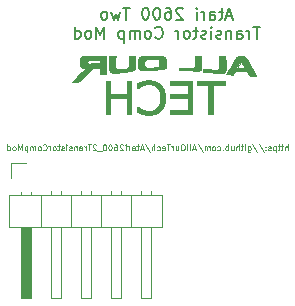
<source format=gbr>
%TF.GenerationSoftware,KiCad,Pcbnew,9.0.3*%
%TF.CreationDate,2025-09-20T16:11:44+08:00*%
%TF.ProjectId,Atari2600_2TransistorCompMod,41746172-6932-4363-9030-5f325472616e,rev?*%
%TF.SameCoordinates,Original*%
%TF.FileFunction,Legend,Bot*%
%TF.FilePolarity,Positive*%
%FSLAX46Y46*%
G04 Gerber Fmt 4.6, Leading zero omitted, Abs format (unit mm)*
G04 Created by KiCad (PCBNEW 9.0.3) date 2025-09-20 16:11:44*
%MOMM*%
%LPD*%
G01*
G04 APERTURE LIST*
%ADD10C,0.150000*%
%ADD11C,0.062500*%
%ADD12C,0.120000*%
%ADD13C,0.083249*%
%ADD14R,1.700000X1.700000*%
%ADD15C,1.700000*%
%ADD16C,1.440000*%
G04 APERTURE END LIST*
D10*
X87335619Y-57918160D02*
X86859429Y-57918160D01*
X87430857Y-58203875D02*
X87097524Y-57203875D01*
X87097524Y-57203875D02*
X86764191Y-58203875D01*
X86573714Y-57537208D02*
X86192762Y-57537208D01*
X86430857Y-57203875D02*
X86430857Y-58061017D01*
X86430857Y-58061017D02*
X86383238Y-58156256D01*
X86383238Y-58156256D02*
X86288000Y-58203875D01*
X86288000Y-58203875D02*
X86192762Y-58203875D01*
X85430857Y-58203875D02*
X85430857Y-57680065D01*
X85430857Y-57680065D02*
X85478476Y-57584827D01*
X85478476Y-57584827D02*
X85573714Y-57537208D01*
X85573714Y-57537208D02*
X85764190Y-57537208D01*
X85764190Y-57537208D02*
X85859428Y-57584827D01*
X85430857Y-58156256D02*
X85526095Y-58203875D01*
X85526095Y-58203875D02*
X85764190Y-58203875D01*
X85764190Y-58203875D02*
X85859428Y-58156256D01*
X85859428Y-58156256D02*
X85907047Y-58061017D01*
X85907047Y-58061017D02*
X85907047Y-57965779D01*
X85907047Y-57965779D02*
X85859428Y-57870541D01*
X85859428Y-57870541D02*
X85764190Y-57822922D01*
X85764190Y-57822922D02*
X85526095Y-57822922D01*
X85526095Y-57822922D02*
X85430857Y-57775303D01*
X84954666Y-58203875D02*
X84954666Y-57537208D01*
X84954666Y-57727684D02*
X84907047Y-57632446D01*
X84907047Y-57632446D02*
X84859428Y-57584827D01*
X84859428Y-57584827D02*
X84764190Y-57537208D01*
X84764190Y-57537208D02*
X84668952Y-57537208D01*
X84335618Y-58203875D02*
X84335618Y-57537208D01*
X84335618Y-57203875D02*
X84383237Y-57251494D01*
X84383237Y-57251494D02*
X84335618Y-57299113D01*
X84335618Y-57299113D02*
X84287999Y-57251494D01*
X84287999Y-57251494D02*
X84335618Y-57203875D01*
X84335618Y-57203875D02*
X84335618Y-57299113D01*
X83145142Y-57299113D02*
X83097523Y-57251494D01*
X83097523Y-57251494D02*
X83002285Y-57203875D01*
X83002285Y-57203875D02*
X82764190Y-57203875D01*
X82764190Y-57203875D02*
X82668952Y-57251494D01*
X82668952Y-57251494D02*
X82621333Y-57299113D01*
X82621333Y-57299113D02*
X82573714Y-57394351D01*
X82573714Y-57394351D02*
X82573714Y-57489589D01*
X82573714Y-57489589D02*
X82621333Y-57632446D01*
X82621333Y-57632446D02*
X83192761Y-58203875D01*
X83192761Y-58203875D02*
X82573714Y-58203875D01*
X81716571Y-57203875D02*
X81907047Y-57203875D01*
X81907047Y-57203875D02*
X82002285Y-57251494D01*
X82002285Y-57251494D02*
X82049904Y-57299113D01*
X82049904Y-57299113D02*
X82145142Y-57441970D01*
X82145142Y-57441970D02*
X82192761Y-57632446D01*
X82192761Y-57632446D02*
X82192761Y-58013398D01*
X82192761Y-58013398D02*
X82145142Y-58108636D01*
X82145142Y-58108636D02*
X82097523Y-58156256D01*
X82097523Y-58156256D02*
X82002285Y-58203875D01*
X82002285Y-58203875D02*
X81811809Y-58203875D01*
X81811809Y-58203875D02*
X81716571Y-58156256D01*
X81716571Y-58156256D02*
X81668952Y-58108636D01*
X81668952Y-58108636D02*
X81621333Y-58013398D01*
X81621333Y-58013398D02*
X81621333Y-57775303D01*
X81621333Y-57775303D02*
X81668952Y-57680065D01*
X81668952Y-57680065D02*
X81716571Y-57632446D01*
X81716571Y-57632446D02*
X81811809Y-57584827D01*
X81811809Y-57584827D02*
X82002285Y-57584827D01*
X82002285Y-57584827D02*
X82097523Y-57632446D01*
X82097523Y-57632446D02*
X82145142Y-57680065D01*
X82145142Y-57680065D02*
X82192761Y-57775303D01*
X81002285Y-57203875D02*
X80907047Y-57203875D01*
X80907047Y-57203875D02*
X80811809Y-57251494D01*
X80811809Y-57251494D02*
X80764190Y-57299113D01*
X80764190Y-57299113D02*
X80716571Y-57394351D01*
X80716571Y-57394351D02*
X80668952Y-57584827D01*
X80668952Y-57584827D02*
X80668952Y-57822922D01*
X80668952Y-57822922D02*
X80716571Y-58013398D01*
X80716571Y-58013398D02*
X80764190Y-58108636D01*
X80764190Y-58108636D02*
X80811809Y-58156256D01*
X80811809Y-58156256D02*
X80907047Y-58203875D01*
X80907047Y-58203875D02*
X81002285Y-58203875D01*
X81002285Y-58203875D02*
X81097523Y-58156256D01*
X81097523Y-58156256D02*
X81145142Y-58108636D01*
X81145142Y-58108636D02*
X81192761Y-58013398D01*
X81192761Y-58013398D02*
X81240380Y-57822922D01*
X81240380Y-57822922D02*
X81240380Y-57584827D01*
X81240380Y-57584827D02*
X81192761Y-57394351D01*
X81192761Y-57394351D02*
X81145142Y-57299113D01*
X81145142Y-57299113D02*
X81097523Y-57251494D01*
X81097523Y-57251494D02*
X81002285Y-57203875D01*
X80049904Y-57203875D02*
X79954666Y-57203875D01*
X79954666Y-57203875D02*
X79859428Y-57251494D01*
X79859428Y-57251494D02*
X79811809Y-57299113D01*
X79811809Y-57299113D02*
X79764190Y-57394351D01*
X79764190Y-57394351D02*
X79716571Y-57584827D01*
X79716571Y-57584827D02*
X79716571Y-57822922D01*
X79716571Y-57822922D02*
X79764190Y-58013398D01*
X79764190Y-58013398D02*
X79811809Y-58108636D01*
X79811809Y-58108636D02*
X79859428Y-58156256D01*
X79859428Y-58156256D02*
X79954666Y-58203875D01*
X79954666Y-58203875D02*
X80049904Y-58203875D01*
X80049904Y-58203875D02*
X80145142Y-58156256D01*
X80145142Y-58156256D02*
X80192761Y-58108636D01*
X80192761Y-58108636D02*
X80240380Y-58013398D01*
X80240380Y-58013398D02*
X80287999Y-57822922D01*
X80287999Y-57822922D02*
X80287999Y-57584827D01*
X80287999Y-57584827D02*
X80240380Y-57394351D01*
X80240380Y-57394351D02*
X80192761Y-57299113D01*
X80192761Y-57299113D02*
X80145142Y-57251494D01*
X80145142Y-57251494D02*
X80049904Y-57203875D01*
X78668951Y-57203875D02*
X78097523Y-57203875D01*
X78383237Y-58203875D02*
X78383237Y-57203875D01*
X77859427Y-57537208D02*
X77668951Y-58203875D01*
X77668951Y-58203875D02*
X77478475Y-57727684D01*
X77478475Y-57727684D02*
X77287999Y-58203875D01*
X77287999Y-58203875D02*
X77097523Y-57537208D01*
X76573713Y-58203875D02*
X76668951Y-58156256D01*
X76668951Y-58156256D02*
X76716570Y-58108636D01*
X76716570Y-58108636D02*
X76764189Y-58013398D01*
X76764189Y-58013398D02*
X76764189Y-57727684D01*
X76764189Y-57727684D02*
X76716570Y-57632446D01*
X76716570Y-57632446D02*
X76668951Y-57584827D01*
X76668951Y-57584827D02*
X76573713Y-57537208D01*
X76573713Y-57537208D02*
X76430856Y-57537208D01*
X76430856Y-57537208D02*
X76335618Y-57584827D01*
X76335618Y-57584827D02*
X76287999Y-57632446D01*
X76287999Y-57632446D02*
X76240380Y-57727684D01*
X76240380Y-57727684D02*
X76240380Y-58013398D01*
X76240380Y-58013398D02*
X76287999Y-58108636D01*
X76287999Y-58108636D02*
X76335618Y-58156256D01*
X76335618Y-58156256D02*
X76430856Y-58203875D01*
X76430856Y-58203875D02*
X76573713Y-58203875D01*
X89692762Y-58813819D02*
X89121334Y-58813819D01*
X89407048Y-59813819D02*
X89407048Y-58813819D01*
X88788000Y-59813819D02*
X88788000Y-59147152D01*
X88788000Y-59337628D02*
X88740381Y-59242390D01*
X88740381Y-59242390D02*
X88692762Y-59194771D01*
X88692762Y-59194771D02*
X88597524Y-59147152D01*
X88597524Y-59147152D02*
X88502286Y-59147152D01*
X87740381Y-59813819D02*
X87740381Y-59290009D01*
X87740381Y-59290009D02*
X87788000Y-59194771D01*
X87788000Y-59194771D02*
X87883238Y-59147152D01*
X87883238Y-59147152D02*
X88073714Y-59147152D01*
X88073714Y-59147152D02*
X88168952Y-59194771D01*
X87740381Y-59766200D02*
X87835619Y-59813819D01*
X87835619Y-59813819D02*
X88073714Y-59813819D01*
X88073714Y-59813819D02*
X88168952Y-59766200D01*
X88168952Y-59766200D02*
X88216571Y-59670961D01*
X88216571Y-59670961D02*
X88216571Y-59575723D01*
X88216571Y-59575723D02*
X88168952Y-59480485D01*
X88168952Y-59480485D02*
X88073714Y-59432866D01*
X88073714Y-59432866D02*
X87835619Y-59432866D01*
X87835619Y-59432866D02*
X87740381Y-59385247D01*
X87264190Y-59147152D02*
X87264190Y-59813819D01*
X87264190Y-59242390D02*
X87216571Y-59194771D01*
X87216571Y-59194771D02*
X87121333Y-59147152D01*
X87121333Y-59147152D02*
X86978476Y-59147152D01*
X86978476Y-59147152D02*
X86883238Y-59194771D01*
X86883238Y-59194771D02*
X86835619Y-59290009D01*
X86835619Y-59290009D02*
X86835619Y-59813819D01*
X86407047Y-59766200D02*
X86311809Y-59813819D01*
X86311809Y-59813819D02*
X86121333Y-59813819D01*
X86121333Y-59813819D02*
X86026095Y-59766200D01*
X86026095Y-59766200D02*
X85978476Y-59670961D01*
X85978476Y-59670961D02*
X85978476Y-59623342D01*
X85978476Y-59623342D02*
X86026095Y-59528104D01*
X86026095Y-59528104D02*
X86121333Y-59480485D01*
X86121333Y-59480485D02*
X86264190Y-59480485D01*
X86264190Y-59480485D02*
X86359428Y-59432866D01*
X86359428Y-59432866D02*
X86407047Y-59337628D01*
X86407047Y-59337628D02*
X86407047Y-59290009D01*
X86407047Y-59290009D02*
X86359428Y-59194771D01*
X86359428Y-59194771D02*
X86264190Y-59147152D01*
X86264190Y-59147152D02*
X86121333Y-59147152D01*
X86121333Y-59147152D02*
X86026095Y-59194771D01*
X85549904Y-59813819D02*
X85549904Y-59147152D01*
X85549904Y-58813819D02*
X85597523Y-58861438D01*
X85597523Y-58861438D02*
X85549904Y-58909057D01*
X85549904Y-58909057D02*
X85502285Y-58861438D01*
X85502285Y-58861438D02*
X85549904Y-58813819D01*
X85549904Y-58813819D02*
X85549904Y-58909057D01*
X85121333Y-59766200D02*
X85026095Y-59813819D01*
X85026095Y-59813819D02*
X84835619Y-59813819D01*
X84835619Y-59813819D02*
X84740381Y-59766200D01*
X84740381Y-59766200D02*
X84692762Y-59670961D01*
X84692762Y-59670961D02*
X84692762Y-59623342D01*
X84692762Y-59623342D02*
X84740381Y-59528104D01*
X84740381Y-59528104D02*
X84835619Y-59480485D01*
X84835619Y-59480485D02*
X84978476Y-59480485D01*
X84978476Y-59480485D02*
X85073714Y-59432866D01*
X85073714Y-59432866D02*
X85121333Y-59337628D01*
X85121333Y-59337628D02*
X85121333Y-59290009D01*
X85121333Y-59290009D02*
X85073714Y-59194771D01*
X85073714Y-59194771D02*
X84978476Y-59147152D01*
X84978476Y-59147152D02*
X84835619Y-59147152D01*
X84835619Y-59147152D02*
X84740381Y-59194771D01*
X84407047Y-59147152D02*
X84026095Y-59147152D01*
X84264190Y-58813819D02*
X84264190Y-59670961D01*
X84264190Y-59670961D02*
X84216571Y-59766200D01*
X84216571Y-59766200D02*
X84121333Y-59813819D01*
X84121333Y-59813819D02*
X84026095Y-59813819D01*
X83549904Y-59813819D02*
X83645142Y-59766200D01*
X83645142Y-59766200D02*
X83692761Y-59718580D01*
X83692761Y-59718580D02*
X83740380Y-59623342D01*
X83740380Y-59623342D02*
X83740380Y-59337628D01*
X83740380Y-59337628D02*
X83692761Y-59242390D01*
X83692761Y-59242390D02*
X83645142Y-59194771D01*
X83645142Y-59194771D02*
X83549904Y-59147152D01*
X83549904Y-59147152D02*
X83407047Y-59147152D01*
X83407047Y-59147152D02*
X83311809Y-59194771D01*
X83311809Y-59194771D02*
X83264190Y-59242390D01*
X83264190Y-59242390D02*
X83216571Y-59337628D01*
X83216571Y-59337628D02*
X83216571Y-59623342D01*
X83216571Y-59623342D02*
X83264190Y-59718580D01*
X83264190Y-59718580D02*
X83311809Y-59766200D01*
X83311809Y-59766200D02*
X83407047Y-59813819D01*
X83407047Y-59813819D02*
X83549904Y-59813819D01*
X82787999Y-59813819D02*
X82787999Y-59147152D01*
X82787999Y-59337628D02*
X82740380Y-59242390D01*
X82740380Y-59242390D02*
X82692761Y-59194771D01*
X82692761Y-59194771D02*
X82597523Y-59147152D01*
X82597523Y-59147152D02*
X82502285Y-59147152D01*
X80835618Y-59718580D02*
X80883237Y-59766200D01*
X80883237Y-59766200D02*
X81026094Y-59813819D01*
X81026094Y-59813819D02*
X81121332Y-59813819D01*
X81121332Y-59813819D02*
X81264189Y-59766200D01*
X81264189Y-59766200D02*
X81359427Y-59670961D01*
X81359427Y-59670961D02*
X81407046Y-59575723D01*
X81407046Y-59575723D02*
X81454665Y-59385247D01*
X81454665Y-59385247D02*
X81454665Y-59242390D01*
X81454665Y-59242390D02*
X81407046Y-59051914D01*
X81407046Y-59051914D02*
X81359427Y-58956676D01*
X81359427Y-58956676D02*
X81264189Y-58861438D01*
X81264189Y-58861438D02*
X81121332Y-58813819D01*
X81121332Y-58813819D02*
X81026094Y-58813819D01*
X81026094Y-58813819D02*
X80883237Y-58861438D01*
X80883237Y-58861438D02*
X80835618Y-58909057D01*
X80264189Y-59813819D02*
X80359427Y-59766200D01*
X80359427Y-59766200D02*
X80407046Y-59718580D01*
X80407046Y-59718580D02*
X80454665Y-59623342D01*
X80454665Y-59623342D02*
X80454665Y-59337628D01*
X80454665Y-59337628D02*
X80407046Y-59242390D01*
X80407046Y-59242390D02*
X80359427Y-59194771D01*
X80359427Y-59194771D02*
X80264189Y-59147152D01*
X80264189Y-59147152D02*
X80121332Y-59147152D01*
X80121332Y-59147152D02*
X80026094Y-59194771D01*
X80026094Y-59194771D02*
X79978475Y-59242390D01*
X79978475Y-59242390D02*
X79930856Y-59337628D01*
X79930856Y-59337628D02*
X79930856Y-59623342D01*
X79930856Y-59623342D02*
X79978475Y-59718580D01*
X79978475Y-59718580D02*
X80026094Y-59766200D01*
X80026094Y-59766200D02*
X80121332Y-59813819D01*
X80121332Y-59813819D02*
X80264189Y-59813819D01*
X79502284Y-59813819D02*
X79502284Y-59147152D01*
X79502284Y-59242390D02*
X79454665Y-59194771D01*
X79454665Y-59194771D02*
X79359427Y-59147152D01*
X79359427Y-59147152D02*
X79216570Y-59147152D01*
X79216570Y-59147152D02*
X79121332Y-59194771D01*
X79121332Y-59194771D02*
X79073713Y-59290009D01*
X79073713Y-59290009D02*
X79073713Y-59813819D01*
X79073713Y-59290009D02*
X79026094Y-59194771D01*
X79026094Y-59194771D02*
X78930856Y-59147152D01*
X78930856Y-59147152D02*
X78787999Y-59147152D01*
X78787999Y-59147152D02*
X78692760Y-59194771D01*
X78692760Y-59194771D02*
X78645141Y-59290009D01*
X78645141Y-59290009D02*
X78645141Y-59813819D01*
X78168951Y-59147152D02*
X78168951Y-60147152D01*
X78168951Y-59194771D02*
X78073713Y-59147152D01*
X78073713Y-59147152D02*
X77883237Y-59147152D01*
X77883237Y-59147152D02*
X77787999Y-59194771D01*
X77787999Y-59194771D02*
X77740380Y-59242390D01*
X77740380Y-59242390D02*
X77692761Y-59337628D01*
X77692761Y-59337628D02*
X77692761Y-59623342D01*
X77692761Y-59623342D02*
X77740380Y-59718580D01*
X77740380Y-59718580D02*
X77787999Y-59766200D01*
X77787999Y-59766200D02*
X77883237Y-59813819D01*
X77883237Y-59813819D02*
X78073713Y-59813819D01*
X78073713Y-59813819D02*
X78168951Y-59766200D01*
X76502284Y-59813819D02*
X76502284Y-58813819D01*
X76502284Y-58813819D02*
X76168951Y-59528104D01*
X76168951Y-59528104D02*
X75835618Y-58813819D01*
X75835618Y-58813819D02*
X75835618Y-59813819D01*
X75216570Y-59813819D02*
X75311808Y-59766200D01*
X75311808Y-59766200D02*
X75359427Y-59718580D01*
X75359427Y-59718580D02*
X75407046Y-59623342D01*
X75407046Y-59623342D02*
X75407046Y-59337628D01*
X75407046Y-59337628D02*
X75359427Y-59242390D01*
X75359427Y-59242390D02*
X75311808Y-59194771D01*
X75311808Y-59194771D02*
X75216570Y-59147152D01*
X75216570Y-59147152D02*
X75073713Y-59147152D01*
X75073713Y-59147152D02*
X74978475Y-59194771D01*
X74978475Y-59194771D02*
X74930856Y-59242390D01*
X74930856Y-59242390D02*
X74883237Y-59337628D01*
X74883237Y-59337628D02*
X74883237Y-59623342D01*
X74883237Y-59623342D02*
X74930856Y-59718580D01*
X74930856Y-59718580D02*
X74978475Y-59766200D01*
X74978475Y-59766200D02*
X75073713Y-59813819D01*
X75073713Y-59813819D02*
X75216570Y-59813819D01*
X74026094Y-59813819D02*
X74026094Y-58813819D01*
X74026094Y-59766200D02*
X74121332Y-59813819D01*
X74121332Y-59813819D02*
X74311808Y-59813819D01*
X74311808Y-59813819D02*
X74407046Y-59766200D01*
X74407046Y-59766200D02*
X74454665Y-59718580D01*
X74454665Y-59718580D02*
X74502284Y-59623342D01*
X74502284Y-59623342D02*
X74502284Y-59337628D01*
X74502284Y-59337628D02*
X74454665Y-59242390D01*
X74454665Y-59242390D02*
X74407046Y-59194771D01*
X74407046Y-59194771D02*
X74311808Y-59147152D01*
X74311808Y-59147152D02*
X74121332Y-59147152D01*
X74121332Y-59147152D02*
X74026094Y-59194771D01*
D11*
X92041834Y-69277559D02*
X92041834Y-68777559D01*
X91827548Y-69277559D02*
X91827548Y-69015654D01*
X91827548Y-69015654D02*
X91851358Y-68968035D01*
X91851358Y-68968035D02*
X91898977Y-68944226D01*
X91898977Y-68944226D02*
X91970405Y-68944226D01*
X91970405Y-68944226D02*
X92018024Y-68968035D01*
X92018024Y-68968035D02*
X92041834Y-68991845D01*
X91660881Y-68944226D02*
X91470405Y-68944226D01*
X91589453Y-68777559D02*
X91589453Y-69206130D01*
X91589453Y-69206130D02*
X91565643Y-69253750D01*
X91565643Y-69253750D02*
X91518024Y-69277559D01*
X91518024Y-69277559D02*
X91470405Y-69277559D01*
X91375167Y-68944226D02*
X91184691Y-68944226D01*
X91303739Y-68777559D02*
X91303739Y-69206130D01*
X91303739Y-69206130D02*
X91279929Y-69253750D01*
X91279929Y-69253750D02*
X91232310Y-69277559D01*
X91232310Y-69277559D02*
X91184691Y-69277559D01*
X91018025Y-68944226D02*
X91018025Y-69444226D01*
X91018025Y-68968035D02*
X90970406Y-68944226D01*
X90970406Y-68944226D02*
X90875168Y-68944226D01*
X90875168Y-68944226D02*
X90827549Y-68968035D01*
X90827549Y-68968035D02*
X90803739Y-68991845D01*
X90803739Y-68991845D02*
X90779930Y-69039464D01*
X90779930Y-69039464D02*
X90779930Y-69182321D01*
X90779930Y-69182321D02*
X90803739Y-69229940D01*
X90803739Y-69229940D02*
X90827549Y-69253750D01*
X90827549Y-69253750D02*
X90875168Y-69277559D01*
X90875168Y-69277559D02*
X90970406Y-69277559D01*
X90970406Y-69277559D02*
X91018025Y-69253750D01*
X90589453Y-69253750D02*
X90541834Y-69277559D01*
X90541834Y-69277559D02*
X90446596Y-69277559D01*
X90446596Y-69277559D02*
X90398977Y-69253750D01*
X90398977Y-69253750D02*
X90375168Y-69206130D01*
X90375168Y-69206130D02*
X90375168Y-69182321D01*
X90375168Y-69182321D02*
X90398977Y-69134702D01*
X90398977Y-69134702D02*
X90446596Y-69110892D01*
X90446596Y-69110892D02*
X90518025Y-69110892D01*
X90518025Y-69110892D02*
X90565644Y-69087083D01*
X90565644Y-69087083D02*
X90589453Y-69039464D01*
X90589453Y-69039464D02*
X90589453Y-69015654D01*
X90589453Y-69015654D02*
X90565644Y-68968035D01*
X90565644Y-68968035D02*
X90518025Y-68944226D01*
X90518025Y-68944226D02*
X90446596Y-68944226D01*
X90446596Y-68944226D02*
X90398977Y-68968035D01*
X90160882Y-69229940D02*
X90137072Y-69253750D01*
X90137072Y-69253750D02*
X90160882Y-69277559D01*
X90160882Y-69277559D02*
X90184691Y-69253750D01*
X90184691Y-69253750D02*
X90160882Y-69229940D01*
X90160882Y-69229940D02*
X90160882Y-69277559D01*
X90160882Y-68968035D02*
X90137072Y-68991845D01*
X90137072Y-68991845D02*
X90160882Y-69015654D01*
X90160882Y-69015654D02*
X90184691Y-68991845D01*
X90184691Y-68991845D02*
X90160882Y-68968035D01*
X90160882Y-68968035D02*
X90160882Y-69015654D01*
X89565644Y-68753750D02*
X89994215Y-69396607D01*
X89041834Y-68753750D02*
X89470405Y-69396607D01*
X88660881Y-68944226D02*
X88660881Y-69348988D01*
X88660881Y-69348988D02*
X88684691Y-69396607D01*
X88684691Y-69396607D02*
X88708500Y-69420416D01*
X88708500Y-69420416D02*
X88756119Y-69444226D01*
X88756119Y-69444226D02*
X88827548Y-69444226D01*
X88827548Y-69444226D02*
X88875167Y-69420416D01*
X88660881Y-69253750D02*
X88708500Y-69277559D01*
X88708500Y-69277559D02*
X88803738Y-69277559D01*
X88803738Y-69277559D02*
X88851357Y-69253750D01*
X88851357Y-69253750D02*
X88875167Y-69229940D01*
X88875167Y-69229940D02*
X88898976Y-69182321D01*
X88898976Y-69182321D02*
X88898976Y-69039464D01*
X88898976Y-69039464D02*
X88875167Y-68991845D01*
X88875167Y-68991845D02*
X88851357Y-68968035D01*
X88851357Y-68968035D02*
X88803738Y-68944226D01*
X88803738Y-68944226D02*
X88708500Y-68944226D01*
X88708500Y-68944226D02*
X88660881Y-68968035D01*
X88422786Y-69277559D02*
X88422786Y-68944226D01*
X88422786Y-68777559D02*
X88446595Y-68801369D01*
X88446595Y-68801369D02*
X88422786Y-68825178D01*
X88422786Y-68825178D02*
X88398976Y-68801369D01*
X88398976Y-68801369D02*
X88422786Y-68777559D01*
X88422786Y-68777559D02*
X88422786Y-68825178D01*
X88256119Y-68944226D02*
X88065643Y-68944226D01*
X88184691Y-68777559D02*
X88184691Y-69206130D01*
X88184691Y-69206130D02*
X88160881Y-69253750D01*
X88160881Y-69253750D02*
X88113262Y-69277559D01*
X88113262Y-69277559D02*
X88065643Y-69277559D01*
X87898977Y-69277559D02*
X87898977Y-68777559D01*
X87684691Y-69277559D02*
X87684691Y-69015654D01*
X87684691Y-69015654D02*
X87708501Y-68968035D01*
X87708501Y-68968035D02*
X87756120Y-68944226D01*
X87756120Y-68944226D02*
X87827548Y-68944226D01*
X87827548Y-68944226D02*
X87875167Y-68968035D01*
X87875167Y-68968035D02*
X87898977Y-68991845D01*
X87232310Y-68944226D02*
X87232310Y-69277559D01*
X87446596Y-68944226D02*
X87446596Y-69206130D01*
X87446596Y-69206130D02*
X87422786Y-69253750D01*
X87422786Y-69253750D02*
X87375167Y-69277559D01*
X87375167Y-69277559D02*
X87303739Y-69277559D01*
X87303739Y-69277559D02*
X87256120Y-69253750D01*
X87256120Y-69253750D02*
X87232310Y-69229940D01*
X86994215Y-69277559D02*
X86994215Y-68777559D01*
X86994215Y-68968035D02*
X86946596Y-68944226D01*
X86946596Y-68944226D02*
X86851358Y-68944226D01*
X86851358Y-68944226D02*
X86803739Y-68968035D01*
X86803739Y-68968035D02*
X86779929Y-68991845D01*
X86779929Y-68991845D02*
X86756120Y-69039464D01*
X86756120Y-69039464D02*
X86756120Y-69182321D01*
X86756120Y-69182321D02*
X86779929Y-69229940D01*
X86779929Y-69229940D02*
X86803739Y-69253750D01*
X86803739Y-69253750D02*
X86851358Y-69277559D01*
X86851358Y-69277559D02*
X86946596Y-69277559D01*
X86946596Y-69277559D02*
X86994215Y-69253750D01*
X86541834Y-69229940D02*
X86518024Y-69253750D01*
X86518024Y-69253750D02*
X86541834Y-69277559D01*
X86541834Y-69277559D02*
X86565643Y-69253750D01*
X86565643Y-69253750D02*
X86541834Y-69229940D01*
X86541834Y-69229940D02*
X86541834Y-69277559D01*
X86089453Y-69253750D02*
X86137072Y-69277559D01*
X86137072Y-69277559D02*
X86232310Y-69277559D01*
X86232310Y-69277559D02*
X86279929Y-69253750D01*
X86279929Y-69253750D02*
X86303739Y-69229940D01*
X86303739Y-69229940D02*
X86327548Y-69182321D01*
X86327548Y-69182321D02*
X86327548Y-69039464D01*
X86327548Y-69039464D02*
X86303739Y-68991845D01*
X86303739Y-68991845D02*
X86279929Y-68968035D01*
X86279929Y-68968035D02*
X86232310Y-68944226D01*
X86232310Y-68944226D02*
X86137072Y-68944226D01*
X86137072Y-68944226D02*
X86089453Y-68968035D01*
X85803739Y-69277559D02*
X85851358Y-69253750D01*
X85851358Y-69253750D02*
X85875168Y-69229940D01*
X85875168Y-69229940D02*
X85898977Y-69182321D01*
X85898977Y-69182321D02*
X85898977Y-69039464D01*
X85898977Y-69039464D02*
X85875168Y-68991845D01*
X85875168Y-68991845D02*
X85851358Y-68968035D01*
X85851358Y-68968035D02*
X85803739Y-68944226D01*
X85803739Y-68944226D02*
X85732311Y-68944226D01*
X85732311Y-68944226D02*
X85684692Y-68968035D01*
X85684692Y-68968035D02*
X85660882Y-68991845D01*
X85660882Y-68991845D02*
X85637073Y-69039464D01*
X85637073Y-69039464D02*
X85637073Y-69182321D01*
X85637073Y-69182321D02*
X85660882Y-69229940D01*
X85660882Y-69229940D02*
X85684692Y-69253750D01*
X85684692Y-69253750D02*
X85732311Y-69277559D01*
X85732311Y-69277559D02*
X85803739Y-69277559D01*
X85422787Y-69277559D02*
X85422787Y-68944226D01*
X85422787Y-68991845D02*
X85398977Y-68968035D01*
X85398977Y-68968035D02*
X85351358Y-68944226D01*
X85351358Y-68944226D02*
X85279930Y-68944226D01*
X85279930Y-68944226D02*
X85232311Y-68968035D01*
X85232311Y-68968035D02*
X85208501Y-69015654D01*
X85208501Y-69015654D02*
X85208501Y-69277559D01*
X85208501Y-69015654D02*
X85184692Y-68968035D01*
X85184692Y-68968035D02*
X85137073Y-68944226D01*
X85137073Y-68944226D02*
X85065644Y-68944226D01*
X85065644Y-68944226D02*
X85018025Y-68968035D01*
X85018025Y-68968035D02*
X84994215Y-69015654D01*
X84994215Y-69015654D02*
X84994215Y-69277559D01*
X84398977Y-68753750D02*
X84827548Y-69396607D01*
X84256119Y-69134702D02*
X84018024Y-69134702D01*
X84303738Y-69277559D02*
X84137072Y-68777559D01*
X84137072Y-68777559D02*
X83970405Y-69277559D01*
X83732310Y-69277559D02*
X83779929Y-69253750D01*
X83779929Y-69253750D02*
X83803739Y-69206130D01*
X83803739Y-69206130D02*
X83803739Y-68777559D01*
X83470405Y-69277559D02*
X83518024Y-69253750D01*
X83518024Y-69253750D02*
X83541834Y-69206130D01*
X83541834Y-69206130D02*
X83541834Y-68777559D01*
X83184691Y-68777559D02*
X83089453Y-68777559D01*
X83089453Y-68777559D02*
X83041834Y-68801369D01*
X83041834Y-68801369D02*
X82994215Y-68848988D01*
X82994215Y-68848988D02*
X82970405Y-68944226D01*
X82970405Y-68944226D02*
X82970405Y-69110892D01*
X82970405Y-69110892D02*
X82994215Y-69206130D01*
X82994215Y-69206130D02*
X83041834Y-69253750D01*
X83041834Y-69253750D02*
X83089453Y-69277559D01*
X83089453Y-69277559D02*
X83184691Y-69277559D01*
X83184691Y-69277559D02*
X83232310Y-69253750D01*
X83232310Y-69253750D02*
X83279929Y-69206130D01*
X83279929Y-69206130D02*
X83303738Y-69110892D01*
X83303738Y-69110892D02*
X83303738Y-68944226D01*
X83303738Y-68944226D02*
X83279929Y-68848988D01*
X83279929Y-68848988D02*
X83232310Y-68801369D01*
X83232310Y-68801369D02*
X83184691Y-68777559D01*
X82541833Y-68944226D02*
X82541833Y-69277559D01*
X82756119Y-68944226D02*
X82756119Y-69206130D01*
X82756119Y-69206130D02*
X82732309Y-69253750D01*
X82732309Y-69253750D02*
X82684690Y-69277559D01*
X82684690Y-69277559D02*
X82613262Y-69277559D01*
X82613262Y-69277559D02*
X82565643Y-69253750D01*
X82565643Y-69253750D02*
X82541833Y-69229940D01*
X82303738Y-69277559D02*
X82303738Y-68944226D01*
X82303738Y-69039464D02*
X82279928Y-68991845D01*
X82279928Y-68991845D02*
X82256119Y-68968035D01*
X82256119Y-68968035D02*
X82208500Y-68944226D01*
X82208500Y-68944226D02*
X82160881Y-68944226D01*
X82065642Y-68777559D02*
X81779928Y-68777559D01*
X81922785Y-69277559D02*
X81922785Y-68777559D01*
X81422786Y-69253750D02*
X81470405Y-69277559D01*
X81470405Y-69277559D02*
X81565643Y-69277559D01*
X81565643Y-69277559D02*
X81613262Y-69253750D01*
X81613262Y-69253750D02*
X81637071Y-69206130D01*
X81637071Y-69206130D02*
X81637071Y-69015654D01*
X81637071Y-69015654D02*
X81613262Y-68968035D01*
X81613262Y-68968035D02*
X81565643Y-68944226D01*
X81565643Y-68944226D02*
X81470405Y-68944226D01*
X81470405Y-68944226D02*
X81422786Y-68968035D01*
X81422786Y-68968035D02*
X81398976Y-69015654D01*
X81398976Y-69015654D02*
X81398976Y-69063273D01*
X81398976Y-69063273D02*
X81637071Y-69110892D01*
X80970405Y-69253750D02*
X81018024Y-69277559D01*
X81018024Y-69277559D02*
X81113262Y-69277559D01*
X81113262Y-69277559D02*
X81160881Y-69253750D01*
X81160881Y-69253750D02*
X81184691Y-69229940D01*
X81184691Y-69229940D02*
X81208500Y-69182321D01*
X81208500Y-69182321D02*
X81208500Y-69039464D01*
X81208500Y-69039464D02*
X81184691Y-68991845D01*
X81184691Y-68991845D02*
X81160881Y-68968035D01*
X81160881Y-68968035D02*
X81113262Y-68944226D01*
X81113262Y-68944226D02*
X81018024Y-68944226D01*
X81018024Y-68944226D02*
X80970405Y-68968035D01*
X80756120Y-69277559D02*
X80756120Y-68777559D01*
X80541834Y-69277559D02*
X80541834Y-69015654D01*
X80541834Y-69015654D02*
X80565644Y-68968035D01*
X80565644Y-68968035D02*
X80613263Y-68944226D01*
X80613263Y-68944226D02*
X80684691Y-68944226D01*
X80684691Y-68944226D02*
X80732310Y-68968035D01*
X80732310Y-68968035D02*
X80756120Y-68991845D01*
X79946596Y-68753750D02*
X80375167Y-69396607D01*
X79803738Y-69134702D02*
X79565643Y-69134702D01*
X79851357Y-69277559D02*
X79684691Y-68777559D01*
X79684691Y-68777559D02*
X79518024Y-69277559D01*
X79422786Y-68944226D02*
X79232310Y-68944226D01*
X79351358Y-68777559D02*
X79351358Y-69206130D01*
X79351358Y-69206130D02*
X79327548Y-69253750D01*
X79327548Y-69253750D02*
X79279929Y-69277559D01*
X79279929Y-69277559D02*
X79232310Y-69277559D01*
X78851358Y-69277559D02*
X78851358Y-69015654D01*
X78851358Y-69015654D02*
X78875168Y-68968035D01*
X78875168Y-68968035D02*
X78922787Y-68944226D01*
X78922787Y-68944226D02*
X79018025Y-68944226D01*
X79018025Y-68944226D02*
X79065644Y-68968035D01*
X78851358Y-69253750D02*
X78898977Y-69277559D01*
X78898977Y-69277559D02*
X79018025Y-69277559D01*
X79018025Y-69277559D02*
X79065644Y-69253750D01*
X79065644Y-69253750D02*
X79089453Y-69206130D01*
X79089453Y-69206130D02*
X79089453Y-69158511D01*
X79089453Y-69158511D02*
X79065644Y-69110892D01*
X79065644Y-69110892D02*
X79018025Y-69087083D01*
X79018025Y-69087083D02*
X78898977Y-69087083D01*
X78898977Y-69087083D02*
X78851358Y-69063273D01*
X78613263Y-69277559D02*
X78613263Y-68944226D01*
X78613263Y-69039464D02*
X78589453Y-68991845D01*
X78589453Y-68991845D02*
X78565644Y-68968035D01*
X78565644Y-68968035D02*
X78518025Y-68944226D01*
X78518025Y-68944226D02*
X78470406Y-68944226D01*
X78303739Y-69277559D02*
X78303739Y-68944226D01*
X78303739Y-68777559D02*
X78327548Y-68801369D01*
X78327548Y-68801369D02*
X78303739Y-68825178D01*
X78303739Y-68825178D02*
X78279929Y-68801369D01*
X78279929Y-68801369D02*
X78303739Y-68777559D01*
X78303739Y-68777559D02*
X78303739Y-68825178D01*
X78089453Y-68825178D02*
X78065644Y-68801369D01*
X78065644Y-68801369D02*
X78018025Y-68777559D01*
X78018025Y-68777559D02*
X77898977Y-68777559D01*
X77898977Y-68777559D02*
X77851358Y-68801369D01*
X77851358Y-68801369D02*
X77827549Y-68825178D01*
X77827549Y-68825178D02*
X77803739Y-68872797D01*
X77803739Y-68872797D02*
X77803739Y-68920416D01*
X77803739Y-68920416D02*
X77827549Y-68991845D01*
X77827549Y-68991845D02*
X78113263Y-69277559D01*
X78113263Y-69277559D02*
X77803739Y-69277559D01*
X77375168Y-68777559D02*
X77470406Y-68777559D01*
X77470406Y-68777559D02*
X77518025Y-68801369D01*
X77518025Y-68801369D02*
X77541835Y-68825178D01*
X77541835Y-68825178D02*
X77589454Y-68896607D01*
X77589454Y-68896607D02*
X77613263Y-68991845D01*
X77613263Y-68991845D02*
X77613263Y-69182321D01*
X77613263Y-69182321D02*
X77589454Y-69229940D01*
X77589454Y-69229940D02*
X77565644Y-69253750D01*
X77565644Y-69253750D02*
X77518025Y-69277559D01*
X77518025Y-69277559D02*
X77422787Y-69277559D01*
X77422787Y-69277559D02*
X77375168Y-69253750D01*
X77375168Y-69253750D02*
X77351359Y-69229940D01*
X77351359Y-69229940D02*
X77327549Y-69182321D01*
X77327549Y-69182321D02*
X77327549Y-69063273D01*
X77327549Y-69063273D02*
X77351359Y-69015654D01*
X77351359Y-69015654D02*
X77375168Y-68991845D01*
X77375168Y-68991845D02*
X77422787Y-68968035D01*
X77422787Y-68968035D02*
X77518025Y-68968035D01*
X77518025Y-68968035D02*
X77565644Y-68991845D01*
X77565644Y-68991845D02*
X77589454Y-69015654D01*
X77589454Y-69015654D02*
X77613263Y-69063273D01*
X77018026Y-68777559D02*
X76970407Y-68777559D01*
X76970407Y-68777559D02*
X76922788Y-68801369D01*
X76922788Y-68801369D02*
X76898978Y-68825178D01*
X76898978Y-68825178D02*
X76875169Y-68872797D01*
X76875169Y-68872797D02*
X76851359Y-68968035D01*
X76851359Y-68968035D02*
X76851359Y-69087083D01*
X76851359Y-69087083D02*
X76875169Y-69182321D01*
X76875169Y-69182321D02*
X76898978Y-69229940D01*
X76898978Y-69229940D02*
X76922788Y-69253750D01*
X76922788Y-69253750D02*
X76970407Y-69277559D01*
X76970407Y-69277559D02*
X77018026Y-69277559D01*
X77018026Y-69277559D02*
X77065645Y-69253750D01*
X77065645Y-69253750D02*
X77089454Y-69229940D01*
X77089454Y-69229940D02*
X77113264Y-69182321D01*
X77113264Y-69182321D02*
X77137073Y-69087083D01*
X77137073Y-69087083D02*
X77137073Y-68968035D01*
X77137073Y-68968035D02*
X77113264Y-68872797D01*
X77113264Y-68872797D02*
X77089454Y-68825178D01*
X77089454Y-68825178D02*
X77065645Y-68801369D01*
X77065645Y-68801369D02*
X77018026Y-68777559D01*
X76541836Y-68777559D02*
X76494217Y-68777559D01*
X76494217Y-68777559D02*
X76446598Y-68801369D01*
X76446598Y-68801369D02*
X76422788Y-68825178D01*
X76422788Y-68825178D02*
X76398979Y-68872797D01*
X76398979Y-68872797D02*
X76375169Y-68968035D01*
X76375169Y-68968035D02*
X76375169Y-69087083D01*
X76375169Y-69087083D02*
X76398979Y-69182321D01*
X76398979Y-69182321D02*
X76422788Y-69229940D01*
X76422788Y-69229940D02*
X76446598Y-69253750D01*
X76446598Y-69253750D02*
X76494217Y-69277559D01*
X76494217Y-69277559D02*
X76541836Y-69277559D01*
X76541836Y-69277559D02*
X76589455Y-69253750D01*
X76589455Y-69253750D02*
X76613264Y-69229940D01*
X76613264Y-69229940D02*
X76637074Y-69182321D01*
X76637074Y-69182321D02*
X76660883Y-69087083D01*
X76660883Y-69087083D02*
X76660883Y-68968035D01*
X76660883Y-68968035D02*
X76637074Y-68872797D01*
X76637074Y-68872797D02*
X76613264Y-68825178D01*
X76613264Y-68825178D02*
X76589455Y-68801369D01*
X76589455Y-68801369D02*
X76541836Y-68777559D01*
X76279932Y-69325178D02*
X75898979Y-69325178D01*
X75803741Y-68825178D02*
X75779932Y-68801369D01*
X75779932Y-68801369D02*
X75732313Y-68777559D01*
X75732313Y-68777559D02*
X75613265Y-68777559D01*
X75613265Y-68777559D02*
X75565646Y-68801369D01*
X75565646Y-68801369D02*
X75541837Y-68825178D01*
X75541837Y-68825178D02*
X75518027Y-68872797D01*
X75518027Y-68872797D02*
X75518027Y-68920416D01*
X75518027Y-68920416D02*
X75541837Y-68991845D01*
X75541837Y-68991845D02*
X75827551Y-69277559D01*
X75827551Y-69277559D02*
X75518027Y-69277559D01*
X75375170Y-68777559D02*
X75089456Y-68777559D01*
X75232313Y-69277559D02*
X75232313Y-68777559D01*
X74922790Y-69277559D02*
X74922790Y-68944226D01*
X74922790Y-69039464D02*
X74898980Y-68991845D01*
X74898980Y-68991845D02*
X74875171Y-68968035D01*
X74875171Y-68968035D02*
X74827552Y-68944226D01*
X74827552Y-68944226D02*
X74779933Y-68944226D01*
X74398980Y-69277559D02*
X74398980Y-69015654D01*
X74398980Y-69015654D02*
X74422790Y-68968035D01*
X74422790Y-68968035D02*
X74470409Y-68944226D01*
X74470409Y-68944226D02*
X74565647Y-68944226D01*
X74565647Y-68944226D02*
X74613266Y-68968035D01*
X74398980Y-69253750D02*
X74446599Y-69277559D01*
X74446599Y-69277559D02*
X74565647Y-69277559D01*
X74565647Y-69277559D02*
X74613266Y-69253750D01*
X74613266Y-69253750D02*
X74637075Y-69206130D01*
X74637075Y-69206130D02*
X74637075Y-69158511D01*
X74637075Y-69158511D02*
X74613266Y-69110892D01*
X74613266Y-69110892D02*
X74565647Y-69087083D01*
X74565647Y-69087083D02*
X74446599Y-69087083D01*
X74446599Y-69087083D02*
X74398980Y-69063273D01*
X74160885Y-68944226D02*
X74160885Y-69277559D01*
X74160885Y-68991845D02*
X74137075Y-68968035D01*
X74137075Y-68968035D02*
X74089456Y-68944226D01*
X74089456Y-68944226D02*
X74018028Y-68944226D01*
X74018028Y-68944226D02*
X73970409Y-68968035D01*
X73970409Y-68968035D02*
X73946599Y-69015654D01*
X73946599Y-69015654D02*
X73946599Y-69277559D01*
X73732313Y-69253750D02*
X73684694Y-69277559D01*
X73684694Y-69277559D02*
X73589456Y-69277559D01*
X73589456Y-69277559D02*
X73541837Y-69253750D01*
X73541837Y-69253750D02*
X73518028Y-69206130D01*
X73518028Y-69206130D02*
X73518028Y-69182321D01*
X73518028Y-69182321D02*
X73541837Y-69134702D01*
X73541837Y-69134702D02*
X73589456Y-69110892D01*
X73589456Y-69110892D02*
X73660885Y-69110892D01*
X73660885Y-69110892D02*
X73708504Y-69087083D01*
X73708504Y-69087083D02*
X73732313Y-69039464D01*
X73732313Y-69039464D02*
X73732313Y-69015654D01*
X73732313Y-69015654D02*
X73708504Y-68968035D01*
X73708504Y-68968035D02*
X73660885Y-68944226D01*
X73660885Y-68944226D02*
X73589456Y-68944226D01*
X73589456Y-68944226D02*
X73541837Y-68968035D01*
X73303742Y-69277559D02*
X73303742Y-68944226D01*
X73303742Y-68777559D02*
X73327551Y-68801369D01*
X73327551Y-68801369D02*
X73303742Y-68825178D01*
X73303742Y-68825178D02*
X73279932Y-68801369D01*
X73279932Y-68801369D02*
X73303742Y-68777559D01*
X73303742Y-68777559D02*
X73303742Y-68825178D01*
X73089456Y-69253750D02*
X73041837Y-69277559D01*
X73041837Y-69277559D02*
X72946599Y-69277559D01*
X72946599Y-69277559D02*
X72898980Y-69253750D01*
X72898980Y-69253750D02*
X72875171Y-69206130D01*
X72875171Y-69206130D02*
X72875171Y-69182321D01*
X72875171Y-69182321D02*
X72898980Y-69134702D01*
X72898980Y-69134702D02*
X72946599Y-69110892D01*
X72946599Y-69110892D02*
X73018028Y-69110892D01*
X73018028Y-69110892D02*
X73065647Y-69087083D01*
X73065647Y-69087083D02*
X73089456Y-69039464D01*
X73089456Y-69039464D02*
X73089456Y-69015654D01*
X73089456Y-69015654D02*
X73065647Y-68968035D01*
X73065647Y-68968035D02*
X73018028Y-68944226D01*
X73018028Y-68944226D02*
X72946599Y-68944226D01*
X72946599Y-68944226D02*
X72898980Y-68968035D01*
X72732313Y-68944226D02*
X72541837Y-68944226D01*
X72660885Y-68777559D02*
X72660885Y-69206130D01*
X72660885Y-69206130D02*
X72637075Y-69253750D01*
X72637075Y-69253750D02*
X72589456Y-69277559D01*
X72589456Y-69277559D02*
X72541837Y-69277559D01*
X72303742Y-69277559D02*
X72351361Y-69253750D01*
X72351361Y-69253750D02*
X72375171Y-69229940D01*
X72375171Y-69229940D02*
X72398980Y-69182321D01*
X72398980Y-69182321D02*
X72398980Y-69039464D01*
X72398980Y-69039464D02*
X72375171Y-68991845D01*
X72375171Y-68991845D02*
X72351361Y-68968035D01*
X72351361Y-68968035D02*
X72303742Y-68944226D01*
X72303742Y-68944226D02*
X72232314Y-68944226D01*
X72232314Y-68944226D02*
X72184695Y-68968035D01*
X72184695Y-68968035D02*
X72160885Y-68991845D01*
X72160885Y-68991845D02*
X72137076Y-69039464D01*
X72137076Y-69039464D02*
X72137076Y-69182321D01*
X72137076Y-69182321D02*
X72160885Y-69229940D01*
X72160885Y-69229940D02*
X72184695Y-69253750D01*
X72184695Y-69253750D02*
X72232314Y-69277559D01*
X72232314Y-69277559D02*
X72303742Y-69277559D01*
X71922790Y-69277559D02*
X71922790Y-68944226D01*
X71922790Y-69039464D02*
X71898980Y-68991845D01*
X71898980Y-68991845D02*
X71875171Y-68968035D01*
X71875171Y-68968035D02*
X71827552Y-68944226D01*
X71827552Y-68944226D02*
X71779933Y-68944226D01*
X71327552Y-69229940D02*
X71351361Y-69253750D01*
X71351361Y-69253750D02*
X71422790Y-69277559D01*
X71422790Y-69277559D02*
X71470409Y-69277559D01*
X71470409Y-69277559D02*
X71541837Y-69253750D01*
X71541837Y-69253750D02*
X71589456Y-69206130D01*
X71589456Y-69206130D02*
X71613266Y-69158511D01*
X71613266Y-69158511D02*
X71637075Y-69063273D01*
X71637075Y-69063273D02*
X71637075Y-68991845D01*
X71637075Y-68991845D02*
X71613266Y-68896607D01*
X71613266Y-68896607D02*
X71589456Y-68848988D01*
X71589456Y-68848988D02*
X71541837Y-68801369D01*
X71541837Y-68801369D02*
X71470409Y-68777559D01*
X71470409Y-68777559D02*
X71422790Y-68777559D01*
X71422790Y-68777559D02*
X71351361Y-68801369D01*
X71351361Y-68801369D02*
X71327552Y-68825178D01*
X71041837Y-69277559D02*
X71089456Y-69253750D01*
X71089456Y-69253750D02*
X71113266Y-69229940D01*
X71113266Y-69229940D02*
X71137075Y-69182321D01*
X71137075Y-69182321D02*
X71137075Y-69039464D01*
X71137075Y-69039464D02*
X71113266Y-68991845D01*
X71113266Y-68991845D02*
X71089456Y-68968035D01*
X71089456Y-68968035D02*
X71041837Y-68944226D01*
X71041837Y-68944226D02*
X70970409Y-68944226D01*
X70970409Y-68944226D02*
X70922790Y-68968035D01*
X70922790Y-68968035D02*
X70898980Y-68991845D01*
X70898980Y-68991845D02*
X70875171Y-69039464D01*
X70875171Y-69039464D02*
X70875171Y-69182321D01*
X70875171Y-69182321D02*
X70898980Y-69229940D01*
X70898980Y-69229940D02*
X70922790Y-69253750D01*
X70922790Y-69253750D02*
X70970409Y-69277559D01*
X70970409Y-69277559D02*
X71041837Y-69277559D01*
X70660885Y-69277559D02*
X70660885Y-68944226D01*
X70660885Y-68991845D02*
X70637075Y-68968035D01*
X70637075Y-68968035D02*
X70589456Y-68944226D01*
X70589456Y-68944226D02*
X70518028Y-68944226D01*
X70518028Y-68944226D02*
X70470409Y-68968035D01*
X70470409Y-68968035D02*
X70446599Y-69015654D01*
X70446599Y-69015654D02*
X70446599Y-69277559D01*
X70446599Y-69015654D02*
X70422790Y-68968035D01*
X70422790Y-68968035D02*
X70375171Y-68944226D01*
X70375171Y-68944226D02*
X70303742Y-68944226D01*
X70303742Y-68944226D02*
X70256123Y-68968035D01*
X70256123Y-68968035D02*
X70232313Y-69015654D01*
X70232313Y-69015654D02*
X70232313Y-69277559D01*
X69994218Y-68944226D02*
X69994218Y-69444226D01*
X69994218Y-68968035D02*
X69946599Y-68944226D01*
X69946599Y-68944226D02*
X69851361Y-68944226D01*
X69851361Y-68944226D02*
X69803742Y-68968035D01*
X69803742Y-68968035D02*
X69779932Y-68991845D01*
X69779932Y-68991845D02*
X69756123Y-69039464D01*
X69756123Y-69039464D02*
X69756123Y-69182321D01*
X69756123Y-69182321D02*
X69779932Y-69229940D01*
X69779932Y-69229940D02*
X69803742Y-69253750D01*
X69803742Y-69253750D02*
X69851361Y-69277559D01*
X69851361Y-69277559D02*
X69946599Y-69277559D01*
X69946599Y-69277559D02*
X69994218Y-69253750D01*
X69541837Y-69277559D02*
X69541837Y-68777559D01*
X69541837Y-68777559D02*
X69375170Y-69134702D01*
X69375170Y-69134702D02*
X69208504Y-68777559D01*
X69208504Y-68777559D02*
X69208504Y-69277559D01*
X68898979Y-69277559D02*
X68946598Y-69253750D01*
X68946598Y-69253750D02*
X68970408Y-69229940D01*
X68970408Y-69229940D02*
X68994217Y-69182321D01*
X68994217Y-69182321D02*
X68994217Y-69039464D01*
X68994217Y-69039464D02*
X68970408Y-68991845D01*
X68970408Y-68991845D02*
X68946598Y-68968035D01*
X68946598Y-68968035D02*
X68898979Y-68944226D01*
X68898979Y-68944226D02*
X68827551Y-68944226D01*
X68827551Y-68944226D02*
X68779932Y-68968035D01*
X68779932Y-68968035D02*
X68756122Y-68991845D01*
X68756122Y-68991845D02*
X68732313Y-69039464D01*
X68732313Y-69039464D02*
X68732313Y-69182321D01*
X68732313Y-69182321D02*
X68756122Y-69229940D01*
X68756122Y-69229940D02*
X68779932Y-69253750D01*
X68779932Y-69253750D02*
X68827551Y-69277559D01*
X68827551Y-69277559D02*
X68898979Y-69277559D01*
X68303741Y-69277559D02*
X68303741Y-68777559D01*
X68303741Y-69253750D02*
X68351360Y-69277559D01*
X68351360Y-69277559D02*
X68446598Y-69277559D01*
X68446598Y-69277559D02*
X68494217Y-69253750D01*
X68494217Y-69253750D02*
X68518027Y-69229940D01*
X68518027Y-69229940D02*
X68541836Y-69182321D01*
X68541836Y-69182321D02*
X68541836Y-69039464D01*
X68541836Y-69039464D02*
X68518027Y-68991845D01*
X68518027Y-68991845D02*
X68494217Y-68968035D01*
X68494217Y-68968035D02*
X68446598Y-68944226D01*
X68446598Y-68944226D02*
X68351360Y-68944226D01*
X68351360Y-68944226D02*
X68303741Y-68968035D01*
D12*
%TO.C,J1*%
X68470000Y-73018000D02*
X81390000Y-73018000D01*
X68470000Y-75778000D02*
X68470000Y-73018000D01*
X68580000Y-70358000D02*
X68580000Y-71628000D01*
X69420000Y-72788000D02*
X69420000Y-73018000D01*
X69850000Y-70358000D02*
X68580000Y-70358000D01*
X70280000Y-72788000D02*
X70280000Y-73018000D01*
X71120000Y-73018000D02*
X71120000Y-75778000D01*
X71960000Y-72705358D02*
X71960000Y-73018000D01*
X71960000Y-75778000D02*
X71960000Y-81778000D01*
X71960000Y-81778000D02*
X72820000Y-81778000D01*
X72820000Y-72705358D02*
X72820000Y-73018000D01*
X72820000Y-81778000D02*
X72820000Y-75778000D01*
X73660000Y-73018000D02*
X73660000Y-75778000D01*
X74500000Y-72705358D02*
X74500000Y-73018000D01*
X74500000Y-75778000D02*
X74500000Y-81778000D01*
X74500000Y-81778000D02*
X75360000Y-81778000D01*
X75360000Y-72705358D02*
X75360000Y-73018000D01*
X75360000Y-81778000D02*
X75360000Y-75778000D01*
X76200000Y-73018000D02*
X76200000Y-75778000D01*
X77040000Y-72705358D02*
X77040000Y-73018000D01*
X77040000Y-75778000D02*
X77040000Y-81778000D01*
X77040000Y-81778000D02*
X77900000Y-81778000D01*
X77900000Y-72705358D02*
X77900000Y-73018000D01*
X77900000Y-81778000D02*
X77900000Y-75778000D01*
X78740000Y-73018000D02*
X78740000Y-75778000D01*
X79580000Y-72705358D02*
X79580000Y-73018000D01*
X79580000Y-75778000D02*
X79580000Y-81778000D01*
X79580000Y-81778000D02*
X80440000Y-81778000D01*
X80440000Y-72705358D02*
X80440000Y-73018000D01*
X80440000Y-81778000D02*
X80440000Y-75778000D01*
X81390000Y-73018000D02*
X81390000Y-75778000D01*
X81390000Y-75778000D02*
X68470000Y-75778000D01*
X69420000Y-75778000D02*
X70280000Y-75778000D01*
X70280000Y-81778000D01*
X69420000Y-81778000D01*
X69420000Y-75778000D01*
G36*
X69420000Y-75778000D02*
G01*
X70280000Y-75778000D01*
X70280000Y-81778000D01*
X69420000Y-81778000D01*
X69420000Y-75778000D01*
G37*
D13*
%TO.C,REF\u002A\u002A*%
X86707909Y-63731046D02*
X85699875Y-63731046D01*
X85699875Y-66218921D01*
X85324704Y-66218921D01*
X85324704Y-63731045D01*
X84316669Y-63731045D01*
X84316669Y-63397560D01*
X86707909Y-63397560D01*
X86707909Y-63731046D01*
G36*
X86707909Y-63731046D02*
G01*
X85699875Y-63731046D01*
X85699875Y-66218921D01*
X85324704Y-66218921D01*
X85324704Y-63731045D01*
X84316669Y-63731045D01*
X84316669Y-63397560D01*
X86707909Y-63397560D01*
X86707909Y-63731046D01*
G37*
X76991362Y-64504124D02*
X78399200Y-64504124D01*
X78399200Y-63397560D01*
X78774371Y-63397560D01*
X78774371Y-66218920D01*
X78399200Y-66218920D01*
X78399200Y-64837610D01*
X76991362Y-64837610D01*
X76991362Y-66218921D01*
X76616192Y-66218921D01*
X76616192Y-63397560D01*
X76991362Y-63397560D01*
X76991362Y-64504124D01*
G36*
X76991362Y-64504124D02*
G01*
X78399200Y-64504124D01*
X78399200Y-63397560D01*
X78774371Y-63397560D01*
X78774371Y-66218920D01*
X78399200Y-66218920D01*
X78399200Y-64837610D01*
X76991362Y-64837610D01*
X76991362Y-66218921D01*
X76616192Y-66218921D01*
X76616192Y-63397560D01*
X76991362Y-63397560D01*
X76991362Y-64504124D01*
G37*
X83937708Y-66218921D02*
X82078908Y-66218921D01*
X82078906Y-65885435D01*
X83562537Y-65885435D01*
X83562537Y-64837610D01*
X82078906Y-64837610D01*
X82078906Y-64504124D01*
X83562537Y-64504124D01*
X83562537Y-63731045D01*
X82078908Y-63731045D01*
X82078908Y-63397560D01*
X83937708Y-63397560D01*
X83937708Y-66218921D01*
G36*
X83937708Y-66218921D02*
G01*
X82078908Y-66218921D01*
X82078906Y-65885435D01*
X83562537Y-65885435D01*
X83562537Y-64837610D01*
X82078906Y-64837610D01*
X82078906Y-64504124D01*
X83562537Y-64504124D01*
X83562537Y-63731045D01*
X82078908Y-63731045D01*
X82078908Y-63397560D01*
X83937708Y-63397560D01*
X83937708Y-66218921D01*
G37*
X86743741Y-61280414D02*
X86752064Y-61332938D01*
X86758935Y-61391397D01*
X86768841Y-61522954D01*
X86774506Y-61668757D01*
X86776973Y-61822479D01*
X86775778Y-62389999D01*
X86775412Y-62414460D01*
X86773876Y-62438172D01*
X86771166Y-62461136D01*
X86767279Y-62483350D01*
X86762211Y-62504813D01*
X86759233Y-62515263D01*
X86755959Y-62525524D01*
X86752387Y-62535597D01*
X86748518Y-62545482D01*
X86744351Y-62555178D01*
X86739885Y-62564685D01*
X86735121Y-62574004D01*
X86730057Y-62583134D01*
X86724693Y-62592075D01*
X86719028Y-62600827D01*
X86713063Y-62609389D01*
X86706796Y-62617762D01*
X86700228Y-62625945D01*
X86693358Y-62633939D01*
X86686184Y-62641742D01*
X86678708Y-62649356D01*
X86670928Y-62656780D01*
X86662844Y-62664014D01*
X86654455Y-62671057D01*
X86645761Y-62677910D01*
X86627457Y-62691043D01*
X86608574Y-62703125D01*
X86589094Y-62714045D01*
X86569026Y-62723828D01*
X86548377Y-62732502D01*
X86527155Y-62740091D01*
X86505367Y-62746624D01*
X86483022Y-62752125D01*
X86460126Y-62756621D01*
X86436689Y-62760139D01*
X86412717Y-62762705D01*
X86388219Y-62764344D01*
X86363202Y-62765084D01*
X86337673Y-62764950D01*
X86311642Y-62763968D01*
X86285115Y-62762166D01*
X86258100Y-62759570D01*
X86258099Y-62759570D01*
X85225768Y-62646856D01*
X84869072Y-62609741D01*
X84864517Y-62372602D01*
X85220894Y-62397324D01*
X85988454Y-62452254D01*
X86002008Y-62452984D01*
X86015307Y-62453215D01*
X86028351Y-62452942D01*
X86041139Y-62452163D01*
X86053669Y-62450872D01*
X86065941Y-62449066D01*
X86077955Y-62446741D01*
X86089708Y-62443893D01*
X86101202Y-62440519D01*
X86112433Y-62436613D01*
X86123402Y-62432173D01*
X86134109Y-62427194D01*
X86144551Y-62421672D01*
X86154728Y-62415604D01*
X86164640Y-62408985D01*
X86174285Y-62401812D01*
X86183518Y-62393866D01*
X86192150Y-62385633D01*
X86200182Y-62377114D01*
X86207614Y-62368308D01*
X86214447Y-62359216D01*
X86220681Y-62349836D01*
X86226315Y-62340169D01*
X86231352Y-62330214D01*
X86235790Y-62319972D01*
X86239630Y-62309442D01*
X86242873Y-62298623D01*
X86245519Y-62287517D01*
X86247568Y-62276122D01*
X86249021Y-62264438D01*
X86249877Y-62252465D01*
X86250139Y-62240203D01*
X86250920Y-62001861D01*
X86249944Y-61741243D01*
X86246639Y-61612408D01*
X86240304Y-61489797D01*
X86235730Y-61432054D01*
X86230076Y-61377342D01*
X86223232Y-61326151D01*
X86215091Y-61278972D01*
X86743741Y-61280414D01*
G36*
X86743741Y-61280414D02*
G01*
X86752064Y-61332938D01*
X86758935Y-61391397D01*
X86768841Y-61522954D01*
X86774506Y-61668757D01*
X86776973Y-61822479D01*
X86775778Y-62389999D01*
X86775412Y-62414460D01*
X86773876Y-62438172D01*
X86771166Y-62461136D01*
X86767279Y-62483350D01*
X86762211Y-62504813D01*
X86759233Y-62515263D01*
X86755959Y-62525524D01*
X86752387Y-62535597D01*
X86748518Y-62545482D01*
X86744351Y-62555178D01*
X86739885Y-62564685D01*
X86735121Y-62574004D01*
X86730057Y-62583134D01*
X86724693Y-62592075D01*
X86719028Y-62600827D01*
X86713063Y-62609389D01*
X86706796Y-62617762D01*
X86700228Y-62625945D01*
X86693358Y-62633939D01*
X86686184Y-62641742D01*
X86678708Y-62649356D01*
X86670928Y-62656780D01*
X86662844Y-62664014D01*
X86654455Y-62671057D01*
X86645761Y-62677910D01*
X86627457Y-62691043D01*
X86608574Y-62703125D01*
X86589094Y-62714045D01*
X86569026Y-62723828D01*
X86548377Y-62732502D01*
X86527155Y-62740091D01*
X86505367Y-62746624D01*
X86483022Y-62752125D01*
X86460126Y-62756621D01*
X86436689Y-62760139D01*
X86412717Y-62762705D01*
X86388219Y-62764344D01*
X86363202Y-62765084D01*
X86337673Y-62764950D01*
X86311642Y-62763968D01*
X86285115Y-62762166D01*
X86258100Y-62759570D01*
X86258099Y-62759570D01*
X85225768Y-62646856D01*
X84869072Y-62609741D01*
X84864517Y-62372602D01*
X85220894Y-62397324D01*
X85988454Y-62452254D01*
X86002008Y-62452984D01*
X86015307Y-62453215D01*
X86028351Y-62452942D01*
X86041139Y-62452163D01*
X86053669Y-62450872D01*
X86065941Y-62449066D01*
X86077955Y-62446741D01*
X86089708Y-62443893D01*
X86101202Y-62440519D01*
X86112433Y-62436613D01*
X86123402Y-62432173D01*
X86134109Y-62427194D01*
X86144551Y-62421672D01*
X86154728Y-62415604D01*
X86164640Y-62408985D01*
X86174285Y-62401812D01*
X86183518Y-62393866D01*
X86192150Y-62385633D01*
X86200182Y-62377114D01*
X86207614Y-62368308D01*
X86214447Y-62359216D01*
X86220681Y-62349836D01*
X86226315Y-62340169D01*
X86231352Y-62330214D01*
X86235790Y-62319972D01*
X86239630Y-62309442D01*
X86242873Y-62298623D01*
X86245519Y-62287517D01*
X86247568Y-62276122D01*
X86249021Y-62264438D01*
X86249877Y-62252465D01*
X86250139Y-62240203D01*
X86250920Y-62001861D01*
X86249944Y-61741243D01*
X86246639Y-61612408D01*
X86240304Y-61489797D01*
X86235730Y-61432054D01*
X86230076Y-61377342D01*
X86223232Y-61326151D01*
X86215091Y-61278972D01*
X86743741Y-61280414D01*
G37*
X84693581Y-61274953D02*
X84701186Y-61318508D01*
X84707638Y-61367973D01*
X84717469Y-61481654D01*
X84723845Y-61610030D01*
X84727534Y-61747135D01*
X84730804Y-62263529D01*
X84730431Y-62284766D01*
X84729792Y-62295078D01*
X84728853Y-62305185D01*
X84727612Y-62315088D01*
X84726068Y-62324788D01*
X84724223Y-62334285D01*
X84722075Y-62343580D01*
X84719624Y-62352673D01*
X84716870Y-62361565D01*
X84713813Y-62370255D01*
X84710452Y-62378746D01*
X84706788Y-62387036D01*
X84702819Y-62395127D01*
X84698546Y-62403019D01*
X84693968Y-62410712D01*
X84689085Y-62418208D01*
X84683896Y-62425505D01*
X84678402Y-62432606D01*
X84672603Y-62439510D01*
X84666497Y-62446219D01*
X84660084Y-62452731D01*
X84653365Y-62459049D01*
X84646339Y-62465172D01*
X84639006Y-62471100D01*
X84631365Y-62476835D01*
X84623417Y-62482377D01*
X84615160Y-62487726D01*
X84606595Y-62492883D01*
X84597721Y-62497848D01*
X84588539Y-62502622D01*
X84579047Y-62507206D01*
X84560020Y-62515517D01*
X84540304Y-62522886D01*
X84519920Y-62529349D01*
X84498889Y-62534939D01*
X84477232Y-62539691D01*
X84454969Y-62543640D01*
X84432122Y-62546821D01*
X84408711Y-62549267D01*
X84384756Y-62551014D01*
X84360280Y-62552095D01*
X84335302Y-62552546D01*
X84309844Y-62552402D01*
X84257568Y-62550463D01*
X84203619Y-62546555D01*
X84203619Y-62546554D01*
X83852032Y-62517286D01*
X83500722Y-62491457D01*
X83148732Y-62469394D01*
X82795103Y-62451426D01*
X82794039Y-62376496D01*
X82792820Y-62265445D01*
X83078559Y-62275164D01*
X83363284Y-62286718D01*
X83647589Y-62299988D01*
X83932068Y-62314851D01*
X83945795Y-62315406D01*
X83959275Y-62315548D01*
X83972507Y-62315273D01*
X83985488Y-62314576D01*
X83998216Y-62313451D01*
X84010688Y-62311893D01*
X84022901Y-62309898D01*
X84034854Y-62307461D01*
X84046544Y-62304575D01*
X84057968Y-62301237D01*
X84069124Y-62297442D01*
X84080010Y-62293183D01*
X84090624Y-62288457D01*
X84100961Y-62283258D01*
X84111022Y-62277582D01*
X84120802Y-62271422D01*
X84130187Y-62264566D01*
X84138960Y-62257445D01*
X84147122Y-62250056D01*
X84154673Y-62242398D01*
X84161613Y-62234471D01*
X84167942Y-62226272D01*
X84173661Y-62217800D01*
X84178769Y-62209054D01*
X84183267Y-62200032D01*
X84187155Y-62190733D01*
X84190434Y-62181156D01*
X84193102Y-62171299D01*
X84195161Y-62161161D01*
X84196611Y-62150741D01*
X84197451Y-62140037D01*
X84197683Y-62129047D01*
X84196877Y-61909680D01*
X84194074Y-61672946D01*
X84190514Y-61557940D01*
X84184765Y-61450438D01*
X84176261Y-61354392D01*
X84170801Y-61311898D01*
X84164441Y-61273749D01*
X84693581Y-61274953D01*
G36*
X84693581Y-61274953D02*
G01*
X84701186Y-61318508D01*
X84707638Y-61367973D01*
X84717469Y-61481654D01*
X84723845Y-61610030D01*
X84727534Y-61747135D01*
X84730804Y-62263529D01*
X84730431Y-62284766D01*
X84729792Y-62295078D01*
X84728853Y-62305185D01*
X84727612Y-62315088D01*
X84726068Y-62324788D01*
X84724223Y-62334285D01*
X84722075Y-62343580D01*
X84719624Y-62352673D01*
X84716870Y-62361565D01*
X84713813Y-62370255D01*
X84710452Y-62378746D01*
X84706788Y-62387036D01*
X84702819Y-62395127D01*
X84698546Y-62403019D01*
X84693968Y-62410712D01*
X84689085Y-62418208D01*
X84683896Y-62425505D01*
X84678402Y-62432606D01*
X84672603Y-62439510D01*
X84666497Y-62446219D01*
X84660084Y-62452731D01*
X84653365Y-62459049D01*
X84646339Y-62465172D01*
X84639006Y-62471100D01*
X84631365Y-62476835D01*
X84623417Y-62482377D01*
X84615160Y-62487726D01*
X84606595Y-62492883D01*
X84597721Y-62497848D01*
X84588539Y-62502622D01*
X84579047Y-62507206D01*
X84560020Y-62515517D01*
X84540304Y-62522886D01*
X84519920Y-62529349D01*
X84498889Y-62534939D01*
X84477232Y-62539691D01*
X84454969Y-62543640D01*
X84432122Y-62546821D01*
X84408711Y-62549267D01*
X84384756Y-62551014D01*
X84360280Y-62552095D01*
X84335302Y-62552546D01*
X84309844Y-62552402D01*
X84257568Y-62550463D01*
X84203619Y-62546555D01*
X84203619Y-62546554D01*
X83852032Y-62517286D01*
X83500722Y-62491457D01*
X83148732Y-62469394D01*
X82795103Y-62451426D01*
X82794039Y-62376496D01*
X82792820Y-62265445D01*
X83078559Y-62275164D01*
X83363284Y-62286718D01*
X83647589Y-62299988D01*
X83932068Y-62314851D01*
X83945795Y-62315406D01*
X83959275Y-62315548D01*
X83972507Y-62315273D01*
X83985488Y-62314576D01*
X83998216Y-62313451D01*
X84010688Y-62311893D01*
X84022901Y-62309898D01*
X84034854Y-62307461D01*
X84046544Y-62304575D01*
X84057968Y-62301237D01*
X84069124Y-62297442D01*
X84080010Y-62293183D01*
X84090624Y-62288457D01*
X84100961Y-62283258D01*
X84111022Y-62277582D01*
X84120802Y-62271422D01*
X84130187Y-62264566D01*
X84138960Y-62257445D01*
X84147122Y-62250056D01*
X84154673Y-62242398D01*
X84161613Y-62234471D01*
X84167942Y-62226272D01*
X84173661Y-62217800D01*
X84178769Y-62209054D01*
X84183267Y-62200032D01*
X84187155Y-62190733D01*
X84190434Y-62181156D01*
X84193102Y-62171299D01*
X84195161Y-62161161D01*
X84196611Y-62150741D01*
X84197451Y-62140037D01*
X84197683Y-62129047D01*
X84196877Y-61909680D01*
X84194074Y-61672946D01*
X84190514Y-61557940D01*
X84184765Y-61450438D01*
X84176261Y-61354392D01*
X84170801Y-61311898D01*
X84164441Y-61273749D01*
X84693581Y-61274953D01*
G37*
X89175628Y-62638752D02*
X89278295Y-62822546D01*
X89383682Y-63006930D01*
X89383681Y-63006930D01*
X89240718Y-63002835D01*
X89097781Y-62997781D01*
X88954835Y-62991803D01*
X88811845Y-62984939D01*
X88695136Y-62792001D01*
X88638854Y-62698121D01*
X88579111Y-62596923D01*
X88332146Y-62589117D01*
X88085106Y-62579580D01*
X87837859Y-62568467D01*
X87590271Y-62555931D01*
X87536311Y-62642171D01*
X87509250Y-62684169D01*
X87482155Y-62725181D01*
X87455040Y-62765029D01*
X87427921Y-62803534D01*
X87400812Y-62840518D01*
X87373728Y-62875802D01*
X87085766Y-62847426D01*
X86797436Y-62817660D01*
X86833523Y-62774713D01*
X86875249Y-62720048D01*
X86972468Y-62581328D01*
X87082794Y-62413025D01*
X87146159Y-62312213D01*
X87738377Y-62312213D01*
X88083231Y-62324303D01*
X88427649Y-62333892D01*
X88123545Y-61773821D01*
X88121803Y-61772662D01*
X88120011Y-61771574D01*
X88118171Y-61770558D01*
X88116282Y-61769613D01*
X88114345Y-61768739D01*
X88112359Y-61767936D01*
X88110324Y-61767204D01*
X88108241Y-61766543D01*
X88106108Y-61765954D01*
X88103928Y-61765435D01*
X88101699Y-61764988D01*
X88099421Y-61764611D01*
X88097095Y-61764306D01*
X88094720Y-61764072D01*
X88092297Y-61763908D01*
X88089825Y-61763816D01*
X88087539Y-61763800D01*
X88085288Y-61763857D01*
X88083073Y-61763987D01*
X88080893Y-61764189D01*
X88078749Y-61764465D01*
X88076641Y-61764813D01*
X88074567Y-61765235D01*
X88072530Y-61765729D01*
X88070528Y-61766296D01*
X88068561Y-61766936D01*
X88066630Y-61767649D01*
X88064735Y-61768434D01*
X88062874Y-61769293D01*
X88061050Y-61770225D01*
X88059260Y-61771229D01*
X88057507Y-61772306D01*
X87738378Y-62312213D01*
X87738377Y-62312213D01*
X87146159Y-62312213D01*
X87199930Y-62226665D01*
X87317576Y-62033773D01*
X87429433Y-61845874D01*
X87610588Y-61531159D01*
X87615087Y-61521887D01*
X87619782Y-61512723D01*
X87624675Y-61503666D01*
X87629764Y-61494714D01*
X87635051Y-61485869D01*
X87640536Y-61477128D01*
X87646219Y-61468493D01*
X87652100Y-61459961D01*
X87658179Y-61451533D01*
X87664456Y-61443207D01*
X87670932Y-61434985D01*
X87677607Y-61426864D01*
X87684481Y-61418844D01*
X87691555Y-61410925D01*
X87698828Y-61403107D01*
X87706301Y-61395388D01*
X87724167Y-61378113D01*
X87742540Y-61361969D01*
X87761433Y-61346956D01*
X87780863Y-61333069D01*
X87800841Y-61320307D01*
X87821384Y-61308667D01*
X87842505Y-61298147D01*
X87864219Y-61288744D01*
X87886539Y-61280455D01*
X87909480Y-61273280D01*
X87933056Y-61267214D01*
X87957282Y-61262255D01*
X87982172Y-61258402D01*
X88007740Y-61255651D01*
X88034000Y-61254000D01*
X88060967Y-61253447D01*
X88088262Y-61254005D01*
X88115269Y-61255695D01*
X88141970Y-61258527D01*
X88168348Y-61262508D01*
X88194383Y-61267646D01*
X88220058Y-61273951D01*
X88245354Y-61281429D01*
X88270254Y-61290090D01*
X88294737Y-61299942D01*
X88318787Y-61310992D01*
X88342386Y-61323249D01*
X88365514Y-61336722D01*
X88388153Y-61351418D01*
X88410286Y-61367346D01*
X88431893Y-61384514D01*
X88452957Y-61402930D01*
X88461767Y-61411163D01*
X88470336Y-61419501D01*
X88478662Y-61427941D01*
X88486747Y-61436485D01*
X88494591Y-61445132D01*
X88502193Y-61453882D01*
X88509553Y-61462735D01*
X88516672Y-61471691D01*
X88523550Y-61480750D01*
X88530186Y-61489912D01*
X88536582Y-61499177D01*
X88542736Y-61508545D01*
X88548649Y-61518016D01*
X88554321Y-61527589D01*
X88559753Y-61537265D01*
X88564943Y-61547044D01*
X88670711Y-61727798D01*
X88773652Y-61909000D01*
X88974749Y-62272839D01*
X89008266Y-62333892D01*
X89175628Y-62638752D01*
G36*
X89175628Y-62638752D02*
G01*
X89278295Y-62822546D01*
X89383682Y-63006930D01*
X89383681Y-63006930D01*
X89240718Y-63002835D01*
X89097781Y-62997781D01*
X88954835Y-62991803D01*
X88811845Y-62984939D01*
X88695136Y-62792001D01*
X88638854Y-62698121D01*
X88579111Y-62596923D01*
X88332146Y-62589117D01*
X88085106Y-62579580D01*
X87837859Y-62568467D01*
X87590271Y-62555931D01*
X87536311Y-62642171D01*
X87509250Y-62684169D01*
X87482155Y-62725181D01*
X87455040Y-62765029D01*
X87427921Y-62803534D01*
X87400812Y-62840518D01*
X87373728Y-62875802D01*
X87085766Y-62847426D01*
X86797436Y-62817660D01*
X86833523Y-62774713D01*
X86875249Y-62720048D01*
X86972468Y-62581328D01*
X87082794Y-62413025D01*
X87146159Y-62312213D01*
X87738377Y-62312213D01*
X88083231Y-62324303D01*
X88427649Y-62333892D01*
X88123545Y-61773821D01*
X88121803Y-61772662D01*
X88120011Y-61771574D01*
X88118171Y-61770558D01*
X88116282Y-61769613D01*
X88114345Y-61768739D01*
X88112359Y-61767936D01*
X88110324Y-61767204D01*
X88108241Y-61766543D01*
X88106108Y-61765954D01*
X88103928Y-61765435D01*
X88101699Y-61764988D01*
X88099421Y-61764611D01*
X88097095Y-61764306D01*
X88094720Y-61764072D01*
X88092297Y-61763908D01*
X88089825Y-61763816D01*
X88087539Y-61763800D01*
X88085288Y-61763857D01*
X88083073Y-61763987D01*
X88080893Y-61764189D01*
X88078749Y-61764465D01*
X88076641Y-61764813D01*
X88074567Y-61765235D01*
X88072530Y-61765729D01*
X88070528Y-61766296D01*
X88068561Y-61766936D01*
X88066630Y-61767649D01*
X88064735Y-61768434D01*
X88062874Y-61769293D01*
X88061050Y-61770225D01*
X88059260Y-61771229D01*
X88057507Y-61772306D01*
X87738378Y-62312213D01*
X87738377Y-62312213D01*
X87146159Y-62312213D01*
X87199930Y-62226665D01*
X87317576Y-62033773D01*
X87429433Y-61845874D01*
X87610588Y-61531159D01*
X87615087Y-61521887D01*
X87619782Y-61512723D01*
X87624675Y-61503666D01*
X87629764Y-61494714D01*
X87635051Y-61485869D01*
X87640536Y-61477128D01*
X87646219Y-61468493D01*
X87652100Y-61459961D01*
X87658179Y-61451533D01*
X87664456Y-61443207D01*
X87670932Y-61434985D01*
X87677607Y-61426864D01*
X87684481Y-61418844D01*
X87691555Y-61410925D01*
X87698828Y-61403107D01*
X87706301Y-61395388D01*
X87724167Y-61378113D01*
X87742540Y-61361969D01*
X87761433Y-61346956D01*
X87780863Y-61333069D01*
X87800841Y-61320307D01*
X87821384Y-61308667D01*
X87842505Y-61298147D01*
X87864219Y-61288744D01*
X87886539Y-61280455D01*
X87909480Y-61273280D01*
X87933056Y-61267214D01*
X87957282Y-61262255D01*
X87982172Y-61258402D01*
X88007740Y-61255651D01*
X88034000Y-61254000D01*
X88060967Y-61253447D01*
X88088262Y-61254005D01*
X88115269Y-61255695D01*
X88141970Y-61258527D01*
X88168348Y-61262508D01*
X88194383Y-61267646D01*
X88220058Y-61273951D01*
X88245354Y-61281429D01*
X88270254Y-61290090D01*
X88294737Y-61299942D01*
X88318787Y-61310992D01*
X88342386Y-61323249D01*
X88365514Y-61336722D01*
X88388153Y-61351418D01*
X88410286Y-61367346D01*
X88431893Y-61384514D01*
X88452957Y-61402930D01*
X88461767Y-61411163D01*
X88470336Y-61419501D01*
X88478662Y-61427941D01*
X88486747Y-61436485D01*
X88494591Y-61445132D01*
X88502193Y-61453882D01*
X88509553Y-61462735D01*
X88516672Y-61471691D01*
X88523550Y-61480750D01*
X88530186Y-61489912D01*
X88536582Y-61499177D01*
X88542736Y-61508545D01*
X88548649Y-61518016D01*
X88554321Y-61527589D01*
X88559753Y-61537265D01*
X88564943Y-61547044D01*
X88670711Y-61727798D01*
X88773652Y-61909000D01*
X88974749Y-62272839D01*
X89008266Y-62333892D01*
X89175628Y-62638752D01*
G37*
X79124775Y-61315031D02*
X79119186Y-61362256D01*
X79110612Y-61471567D01*
X79104979Y-61595742D01*
X79101655Y-61728837D01*
X79098759Y-62231581D01*
X79097986Y-62252124D01*
X79097139Y-62262138D01*
X79095985Y-62271982D01*
X79094524Y-62281658D01*
X79092757Y-62291169D01*
X79090683Y-62300517D01*
X79088303Y-62309704D01*
X79085617Y-62318731D01*
X79082624Y-62327601D01*
X79079326Y-62336315D01*
X79075723Y-62344876D01*
X79071814Y-62353285D01*
X79067600Y-62361545D01*
X79063080Y-62369658D01*
X79058256Y-62377625D01*
X79053127Y-62385449D01*
X79047693Y-62393131D01*
X79041955Y-62400674D01*
X79035913Y-62408080D01*
X79022916Y-62422487D01*
X79008704Y-62436367D01*
X78993279Y-62449738D01*
X78976641Y-62462615D01*
X78958792Y-62475014D01*
X78939733Y-62486951D01*
X78920578Y-62497905D01*
X78900689Y-62508212D01*
X78880097Y-62517888D01*
X78858835Y-62526947D01*
X78836933Y-62535404D01*
X78814423Y-62543274D01*
X78791336Y-62550570D01*
X78767704Y-62557310D01*
X78743558Y-62563506D01*
X78718930Y-62569173D01*
X78693850Y-62574328D01*
X78668351Y-62578983D01*
X78616220Y-62586857D01*
X78562786Y-62592913D01*
X78562783Y-62592913D01*
X78353989Y-62613324D01*
X78145484Y-62634346D01*
X77436393Y-62708648D01*
X77409516Y-62711185D01*
X77383078Y-62713006D01*
X77357090Y-62714085D01*
X77331563Y-62714391D01*
X77306506Y-62713899D01*
X77281931Y-62712578D01*
X77257848Y-62710401D01*
X77234268Y-62707340D01*
X77211202Y-62703367D01*
X77188659Y-62698453D01*
X77166651Y-62692571D01*
X77145188Y-62685692D01*
X77124280Y-62677788D01*
X77103939Y-62668831D01*
X77084175Y-62658793D01*
X77064999Y-62647645D01*
X77046351Y-62635574D01*
X77028940Y-62622720D01*
X77012765Y-62609081D01*
X76997821Y-62594658D01*
X76984106Y-62579451D01*
X76971616Y-62563461D01*
X76960349Y-62546686D01*
X76950301Y-62529127D01*
X76941469Y-62510784D01*
X76933851Y-62491656D01*
X76927442Y-62471745D01*
X76922241Y-62451050D01*
X76918243Y-62429570D01*
X76915445Y-62407307D01*
X76913846Y-62384259D01*
X76913441Y-62360427D01*
X76913613Y-61804887D01*
X76916560Y-61655327D01*
X76922556Y-61513761D01*
X76932546Y-61386320D01*
X76939333Y-61329812D01*
X76947472Y-61279135D01*
X77477750Y-61277742D01*
X77470007Y-61322859D01*
X77463449Y-61372031D01*
X77453504Y-61480588D01*
X77447145Y-61599515D01*
X77443603Y-61724915D01*
X77441894Y-61979552D01*
X77442222Y-62213326D01*
X77442482Y-62225277D01*
X77443341Y-62236940D01*
X77444800Y-62248314D01*
X77446859Y-62259401D01*
X77449519Y-62270200D01*
X77452779Y-62280712D01*
X77456640Y-62290937D01*
X77461102Y-62300876D01*
X77466165Y-62310529D01*
X77471830Y-62319898D01*
X77478097Y-62328981D01*
X77484966Y-62337780D01*
X77492438Y-62346296D01*
X77500512Y-62354527D01*
X77509189Y-62362477D01*
X77518470Y-62370143D01*
X77528153Y-62377055D01*
X77538092Y-62383430D01*
X77548287Y-62389271D01*
X77558737Y-62394585D01*
X77569439Y-62399374D01*
X77580394Y-62403643D01*
X77591599Y-62407395D01*
X77603053Y-62410636D01*
X77614755Y-62413370D01*
X77626704Y-62415600D01*
X77638898Y-62417330D01*
X77651337Y-62418566D01*
X77664018Y-62419311D01*
X77676941Y-62419569D01*
X77690105Y-62419345D01*
X77703507Y-62418643D01*
X78148766Y-62387996D01*
X78299415Y-62377837D01*
X78313041Y-62376710D01*
X78326441Y-62375166D01*
X78339611Y-62373201D01*
X78352548Y-62370815D01*
X78365247Y-62368004D01*
X78377707Y-62364768D01*
X78389924Y-62361103D01*
X78401893Y-62357008D01*
X78413613Y-62352481D01*
X78425080Y-62347520D01*
X78436290Y-62342123D01*
X78447240Y-62336287D01*
X78457927Y-62330010D01*
X78468348Y-62323292D01*
X78478499Y-62316128D01*
X78488377Y-62308519D01*
X78497882Y-62300245D01*
X78506779Y-62291791D01*
X78515067Y-62283155D01*
X78522746Y-62274334D01*
X78529816Y-62265323D01*
X78536276Y-62256121D01*
X78542127Y-62246724D01*
X78547369Y-62237129D01*
X78552001Y-62227332D01*
X78556023Y-62217332D01*
X78559436Y-62207125D01*
X78562238Y-62196708D01*
X78564429Y-62186077D01*
X78566010Y-62175230D01*
X78566981Y-62164164D01*
X78567341Y-62152875D01*
X78567744Y-61929547D01*
X78570342Y-61687867D01*
X78574036Y-61569948D01*
X78580165Y-61459203D01*
X78589357Y-61359553D01*
X78595298Y-61315114D01*
X78602241Y-61274920D01*
X79131336Y-61273751D01*
X79124775Y-61315031D01*
G36*
X79124775Y-61315031D02*
G01*
X79119186Y-61362256D01*
X79110612Y-61471567D01*
X79104979Y-61595742D01*
X79101655Y-61728837D01*
X79098759Y-62231581D01*
X79097986Y-62252124D01*
X79097139Y-62262138D01*
X79095985Y-62271982D01*
X79094524Y-62281658D01*
X79092757Y-62291169D01*
X79090683Y-62300517D01*
X79088303Y-62309704D01*
X79085617Y-62318731D01*
X79082624Y-62327601D01*
X79079326Y-62336315D01*
X79075723Y-62344876D01*
X79071814Y-62353285D01*
X79067600Y-62361545D01*
X79063080Y-62369658D01*
X79058256Y-62377625D01*
X79053127Y-62385449D01*
X79047693Y-62393131D01*
X79041955Y-62400674D01*
X79035913Y-62408080D01*
X79022916Y-62422487D01*
X79008704Y-62436367D01*
X78993279Y-62449738D01*
X78976641Y-62462615D01*
X78958792Y-62475014D01*
X78939733Y-62486951D01*
X78920578Y-62497905D01*
X78900689Y-62508212D01*
X78880097Y-62517888D01*
X78858835Y-62526947D01*
X78836933Y-62535404D01*
X78814423Y-62543274D01*
X78791336Y-62550570D01*
X78767704Y-62557310D01*
X78743558Y-62563506D01*
X78718930Y-62569173D01*
X78693850Y-62574328D01*
X78668351Y-62578983D01*
X78616220Y-62586857D01*
X78562786Y-62592913D01*
X78562783Y-62592913D01*
X78353989Y-62613324D01*
X78145484Y-62634346D01*
X77436393Y-62708648D01*
X77409516Y-62711185D01*
X77383078Y-62713006D01*
X77357090Y-62714085D01*
X77331563Y-62714391D01*
X77306506Y-62713899D01*
X77281931Y-62712578D01*
X77257848Y-62710401D01*
X77234268Y-62707340D01*
X77211202Y-62703367D01*
X77188659Y-62698453D01*
X77166651Y-62692571D01*
X77145188Y-62685692D01*
X77124280Y-62677788D01*
X77103939Y-62668831D01*
X77084175Y-62658793D01*
X77064999Y-62647645D01*
X77046351Y-62635574D01*
X77028940Y-62622720D01*
X77012765Y-62609081D01*
X76997821Y-62594658D01*
X76984106Y-62579451D01*
X76971616Y-62563461D01*
X76960349Y-62546686D01*
X76950301Y-62529127D01*
X76941469Y-62510784D01*
X76933851Y-62491656D01*
X76927442Y-62471745D01*
X76922241Y-62451050D01*
X76918243Y-62429570D01*
X76915445Y-62407307D01*
X76913846Y-62384259D01*
X76913441Y-62360427D01*
X76913613Y-61804887D01*
X76916560Y-61655327D01*
X76922556Y-61513761D01*
X76932546Y-61386320D01*
X76939333Y-61329812D01*
X76947472Y-61279135D01*
X77477750Y-61277742D01*
X77470007Y-61322859D01*
X77463449Y-61372031D01*
X77453504Y-61480588D01*
X77447145Y-61599515D01*
X77443603Y-61724915D01*
X77441894Y-61979552D01*
X77442222Y-62213326D01*
X77442482Y-62225277D01*
X77443341Y-62236940D01*
X77444800Y-62248314D01*
X77446859Y-62259401D01*
X77449519Y-62270200D01*
X77452779Y-62280712D01*
X77456640Y-62290937D01*
X77461102Y-62300876D01*
X77466165Y-62310529D01*
X77471830Y-62319898D01*
X77478097Y-62328981D01*
X77484966Y-62337780D01*
X77492438Y-62346296D01*
X77500512Y-62354527D01*
X77509189Y-62362477D01*
X77518470Y-62370143D01*
X77528153Y-62377055D01*
X77538092Y-62383430D01*
X77548287Y-62389271D01*
X77558737Y-62394585D01*
X77569439Y-62399374D01*
X77580394Y-62403643D01*
X77591599Y-62407395D01*
X77603053Y-62410636D01*
X77614755Y-62413370D01*
X77626704Y-62415600D01*
X77638898Y-62417330D01*
X77651337Y-62418566D01*
X77664018Y-62419311D01*
X77676941Y-62419569D01*
X77690105Y-62419345D01*
X77703507Y-62418643D01*
X78148766Y-62387996D01*
X78299415Y-62377837D01*
X78313041Y-62376710D01*
X78326441Y-62375166D01*
X78339611Y-62373201D01*
X78352548Y-62370815D01*
X78365247Y-62368004D01*
X78377707Y-62364768D01*
X78389924Y-62361103D01*
X78401893Y-62357008D01*
X78413613Y-62352481D01*
X78425080Y-62347520D01*
X78436290Y-62342123D01*
X78447240Y-62336287D01*
X78457927Y-62330010D01*
X78468348Y-62323292D01*
X78478499Y-62316128D01*
X78488377Y-62308519D01*
X78497882Y-62300245D01*
X78506779Y-62291791D01*
X78515067Y-62283155D01*
X78522746Y-62274334D01*
X78529816Y-62265323D01*
X78536276Y-62256121D01*
X78542127Y-62246724D01*
X78547369Y-62237129D01*
X78552001Y-62227332D01*
X78556023Y-62217332D01*
X78559436Y-62207125D01*
X78562238Y-62196708D01*
X78564429Y-62186077D01*
X78566010Y-62175230D01*
X78566981Y-62164164D01*
X78567341Y-62152875D01*
X78567744Y-61929547D01*
X78570342Y-61687867D01*
X78574036Y-61569948D01*
X78580165Y-61459203D01*
X78589357Y-61359553D01*
X78595298Y-61315114D01*
X78602241Y-61274920D01*
X79131336Y-61273751D01*
X79124775Y-61315031D01*
G37*
X76651640Y-62067786D02*
X76645347Y-62792467D01*
X76382591Y-62819497D01*
X76120136Y-62845695D01*
X76124418Y-62582813D01*
X76126541Y-62435823D01*
X76127448Y-62281783D01*
X75848765Y-62294448D01*
X75570414Y-62306068D01*
X75421913Y-62454233D01*
X75271263Y-62599290D01*
X74969175Y-62883078D01*
X74820569Y-63023310D01*
X74675477Y-63163435D01*
X74535314Y-63304204D01*
X74467523Y-63375063D01*
X74401496Y-63446366D01*
X74237579Y-63470036D01*
X74073661Y-63492415D01*
X73909696Y-63513431D01*
X73745640Y-63533015D01*
X73812224Y-63452068D01*
X73880550Y-63372597D01*
X73950434Y-63294449D01*
X74021697Y-63217467D01*
X74167629Y-63066384D01*
X74316896Y-62918108D01*
X74619625Y-62625019D01*
X74770183Y-62477726D01*
X74918269Y-62328281D01*
X74754694Y-62332557D01*
X74741435Y-62332578D01*
X74728403Y-62331990D01*
X74715595Y-62330790D01*
X74703013Y-62328980D01*
X74690655Y-62326558D01*
X74678520Y-62323525D01*
X74666608Y-62319879D01*
X74654918Y-62315620D01*
X74643450Y-62310749D01*
X74632201Y-62305263D01*
X74621173Y-62299163D01*
X74610364Y-62292449D01*
X74599773Y-62285120D01*
X74589400Y-62277175D01*
X74579243Y-62268614D01*
X74569303Y-62259437D01*
X74559960Y-62249816D01*
X74551201Y-62239921D01*
X74543027Y-62229752D01*
X74535437Y-62219311D01*
X74528433Y-62208597D01*
X74522013Y-62197612D01*
X74516177Y-62186356D01*
X74510927Y-62174830D01*
X74506261Y-62163035D01*
X74502180Y-62150971D01*
X74498684Y-62138639D01*
X74495772Y-62126040D01*
X74493445Y-62113174D01*
X74491703Y-62100042D01*
X74490545Y-62086646D01*
X74489973Y-62072985D01*
X74484459Y-61808032D01*
X74484355Y-61797144D01*
X75009379Y-61797144D01*
X75009595Y-61804015D01*
X75010114Y-61810749D01*
X75010935Y-61817347D01*
X75012057Y-61823806D01*
X75013480Y-61830129D01*
X75015204Y-61836313D01*
X75017229Y-61842360D01*
X75019555Y-61848268D01*
X75022180Y-61854037D01*
X75025104Y-61859667D01*
X75028328Y-61865157D01*
X75031851Y-61870508D01*
X75035673Y-61875720D01*
X75039793Y-61880791D01*
X75044211Y-61885721D01*
X75048927Y-61890511D01*
X75053852Y-61895080D01*
X75058893Y-61899343D01*
X75064048Y-61903300D01*
X75069319Y-61906952D01*
X75074706Y-61910298D01*
X75080207Y-61913338D01*
X75085824Y-61916073D01*
X75091557Y-61918501D01*
X75097404Y-61920624D01*
X75103367Y-61922441D01*
X75109445Y-61923952D01*
X75115638Y-61925157D01*
X75121947Y-61926057D01*
X75128371Y-61926651D01*
X75134911Y-61926939D01*
X75141566Y-61926921D01*
X75632949Y-61913106D01*
X76125239Y-61897025D01*
X76125034Y-61768101D01*
X76125517Y-61703934D01*
X76126572Y-61640887D01*
X75632887Y-61653090D01*
X75139921Y-61663961D01*
X75133248Y-61664246D01*
X75126691Y-61664826D01*
X75120251Y-61665701D01*
X75113928Y-61666872D01*
X75107724Y-61668339D01*
X75101638Y-61670102D01*
X75095671Y-61672160D01*
X75089824Y-61674516D01*
X75084096Y-61677168D01*
X75078489Y-61680118D01*
X75073002Y-61683364D01*
X75067637Y-61686909D01*
X75062394Y-61690751D01*
X75057273Y-61694891D01*
X75052275Y-61699329D01*
X75047401Y-61704066D01*
X75042739Y-61709013D01*
X75038381Y-61714075D01*
X75034329Y-61719253D01*
X75030581Y-61724547D01*
X75027138Y-61729957D01*
X75023999Y-61735483D01*
X75021166Y-61741126D01*
X75018637Y-61746884D01*
X75016413Y-61752759D01*
X75014494Y-61758750D01*
X75012879Y-61764858D01*
X75011570Y-61771082D01*
X75010565Y-61777422D01*
X75009865Y-61783880D01*
X75009469Y-61790453D01*
X75009379Y-61797144D01*
X74484355Y-61797144D01*
X74483165Y-61673078D01*
X74483410Y-61607763D01*
X74484449Y-61544948D01*
X74485101Y-61531459D01*
X74486396Y-61518227D01*
X74488331Y-61505252D01*
X74490907Y-61492534D01*
X74494123Y-61480073D01*
X74497977Y-61467870D01*
X74502469Y-61455924D01*
X74507599Y-61444235D01*
X74513364Y-61432803D01*
X74519764Y-61421629D01*
X74526798Y-61410712D01*
X74534466Y-61400052D01*
X74542767Y-61389649D01*
X74551699Y-61379504D01*
X74561262Y-61369616D01*
X74571455Y-61359985D01*
X74582251Y-61350794D01*
X74593255Y-61342206D01*
X74604463Y-61334220D01*
X74615871Y-61326835D01*
X74627475Y-61320048D01*
X74639271Y-61313858D01*
X74651254Y-61308264D01*
X74663420Y-61303263D01*
X74675765Y-61298853D01*
X74688285Y-61295034D01*
X74700977Y-61291803D01*
X74713834Y-61289158D01*
X74726855Y-61287098D01*
X74740034Y-61285620D01*
X74753367Y-61284725D01*
X74766850Y-61284408D01*
X76683921Y-61279828D01*
X76677636Y-61327963D01*
X76672088Y-61396637D01*
X76663016Y-61583302D01*
X76661664Y-61640887D01*
X76651640Y-62067786D01*
G36*
X76651640Y-62067786D02*
G01*
X76645347Y-62792467D01*
X76382591Y-62819497D01*
X76120136Y-62845695D01*
X76124418Y-62582813D01*
X76126541Y-62435823D01*
X76127448Y-62281783D01*
X75848765Y-62294448D01*
X75570414Y-62306068D01*
X75421913Y-62454233D01*
X75271263Y-62599290D01*
X74969175Y-62883078D01*
X74820569Y-63023310D01*
X74675477Y-63163435D01*
X74535314Y-63304204D01*
X74467523Y-63375063D01*
X74401496Y-63446366D01*
X74237579Y-63470036D01*
X74073661Y-63492415D01*
X73909696Y-63513431D01*
X73745640Y-63533015D01*
X73812224Y-63452068D01*
X73880550Y-63372597D01*
X73950434Y-63294449D01*
X74021697Y-63217467D01*
X74167629Y-63066384D01*
X74316896Y-62918108D01*
X74619625Y-62625019D01*
X74770183Y-62477726D01*
X74918269Y-62328281D01*
X74754694Y-62332557D01*
X74741435Y-62332578D01*
X74728403Y-62331990D01*
X74715595Y-62330790D01*
X74703013Y-62328980D01*
X74690655Y-62326558D01*
X74678520Y-62323525D01*
X74666608Y-62319879D01*
X74654918Y-62315620D01*
X74643450Y-62310749D01*
X74632201Y-62305263D01*
X74621173Y-62299163D01*
X74610364Y-62292449D01*
X74599773Y-62285120D01*
X74589400Y-62277175D01*
X74579243Y-62268614D01*
X74569303Y-62259437D01*
X74559960Y-62249816D01*
X74551201Y-62239921D01*
X74543027Y-62229752D01*
X74535437Y-62219311D01*
X74528433Y-62208597D01*
X74522013Y-62197612D01*
X74516177Y-62186356D01*
X74510927Y-62174830D01*
X74506261Y-62163035D01*
X74502180Y-62150971D01*
X74498684Y-62138639D01*
X74495772Y-62126040D01*
X74493445Y-62113174D01*
X74491703Y-62100042D01*
X74490545Y-62086646D01*
X74489973Y-62072985D01*
X74484459Y-61808032D01*
X74484355Y-61797144D01*
X75009379Y-61797144D01*
X75009595Y-61804015D01*
X75010114Y-61810749D01*
X75010935Y-61817347D01*
X75012057Y-61823806D01*
X75013480Y-61830129D01*
X75015204Y-61836313D01*
X75017229Y-61842360D01*
X75019555Y-61848268D01*
X75022180Y-61854037D01*
X75025104Y-61859667D01*
X75028328Y-61865157D01*
X75031851Y-61870508D01*
X75035673Y-61875720D01*
X75039793Y-61880791D01*
X75044211Y-61885721D01*
X75048927Y-61890511D01*
X75053852Y-61895080D01*
X75058893Y-61899343D01*
X75064048Y-61903300D01*
X75069319Y-61906952D01*
X75074706Y-61910298D01*
X75080207Y-61913338D01*
X75085824Y-61916073D01*
X75091557Y-61918501D01*
X75097404Y-61920624D01*
X75103367Y-61922441D01*
X75109445Y-61923952D01*
X75115638Y-61925157D01*
X75121947Y-61926057D01*
X75128371Y-61926651D01*
X75134911Y-61926939D01*
X75141566Y-61926921D01*
X75632949Y-61913106D01*
X76125239Y-61897025D01*
X76125034Y-61768101D01*
X76125517Y-61703934D01*
X76126572Y-61640887D01*
X75632887Y-61653090D01*
X75139921Y-61663961D01*
X75133248Y-61664246D01*
X75126691Y-61664826D01*
X75120251Y-61665701D01*
X75113928Y-61666872D01*
X75107724Y-61668339D01*
X75101638Y-61670102D01*
X75095671Y-61672160D01*
X75089824Y-61674516D01*
X75084096Y-61677168D01*
X75078489Y-61680118D01*
X75073002Y-61683364D01*
X75067637Y-61686909D01*
X75062394Y-61690751D01*
X75057273Y-61694891D01*
X75052275Y-61699329D01*
X75047401Y-61704066D01*
X75042739Y-61709013D01*
X75038381Y-61714075D01*
X75034329Y-61719253D01*
X75030581Y-61724547D01*
X75027138Y-61729957D01*
X75023999Y-61735483D01*
X75021166Y-61741126D01*
X75018637Y-61746884D01*
X75016413Y-61752759D01*
X75014494Y-61758750D01*
X75012879Y-61764858D01*
X75011570Y-61771082D01*
X75010565Y-61777422D01*
X75009865Y-61783880D01*
X75009469Y-61790453D01*
X75009379Y-61797144D01*
X74484355Y-61797144D01*
X74483165Y-61673078D01*
X74483410Y-61607763D01*
X74484449Y-61544948D01*
X74485101Y-61531459D01*
X74486396Y-61518227D01*
X74488331Y-61505252D01*
X74490907Y-61492534D01*
X74494123Y-61480073D01*
X74497977Y-61467870D01*
X74502469Y-61455924D01*
X74507599Y-61444235D01*
X74513364Y-61432803D01*
X74519764Y-61421629D01*
X74526798Y-61410712D01*
X74534466Y-61400052D01*
X74542767Y-61389649D01*
X74551699Y-61379504D01*
X74561262Y-61369616D01*
X74571455Y-61359985D01*
X74582251Y-61350794D01*
X74593255Y-61342206D01*
X74604463Y-61334220D01*
X74615871Y-61326835D01*
X74627475Y-61320048D01*
X74639271Y-61313858D01*
X74651254Y-61308264D01*
X74663420Y-61303263D01*
X74675765Y-61298853D01*
X74688285Y-61295034D01*
X74700977Y-61291803D01*
X74713834Y-61289158D01*
X74726855Y-61287098D01*
X74740034Y-61285620D01*
X74753367Y-61284725D01*
X74766850Y-61284408D01*
X76683921Y-61279828D01*
X76677636Y-61327963D01*
X76672088Y-61396637D01*
X76663016Y-61583302D01*
X76661664Y-61640887D01*
X76651640Y-62067786D01*
G37*
X81715934Y-62160197D02*
X81715352Y-62178985D01*
X81714598Y-62188084D01*
X81713536Y-62196988D01*
X81712165Y-62205701D01*
X81710486Y-62214222D01*
X81708498Y-62222553D01*
X81706201Y-62230697D01*
X81703596Y-62238655D01*
X81700682Y-62246428D01*
X81697460Y-62254019D01*
X81693928Y-62261428D01*
X81690088Y-62268657D01*
X81685939Y-62275709D01*
X81681482Y-62282584D01*
X81676715Y-62289284D01*
X81671640Y-62295811D01*
X81666256Y-62302166D01*
X81660563Y-62308352D01*
X81654560Y-62314369D01*
X81648249Y-62320219D01*
X81641629Y-62325905D01*
X81634700Y-62331427D01*
X81627462Y-62336787D01*
X81612059Y-62347028D01*
X81595419Y-62356642D01*
X81577542Y-62365640D01*
X81558428Y-62374037D01*
X81539365Y-62381427D01*
X81519474Y-62388163D01*
X81498797Y-62394273D01*
X81477376Y-62399788D01*
X81455253Y-62404737D01*
X81432471Y-62409147D01*
X81385098Y-62416472D01*
X81335596Y-62421994D01*
X81284300Y-62425947D01*
X81231551Y-62428564D01*
X81177685Y-62430076D01*
X81177686Y-62430075D01*
X80857012Y-62438161D01*
X80537427Y-62450003D01*
X80218265Y-62465406D01*
X79898858Y-62484176D01*
X79845197Y-62486940D01*
X79792913Y-62488123D01*
X79767358Y-62488034D01*
X79742231Y-62487446D01*
X79717560Y-62486322D01*
X79693373Y-62484628D01*
X79669698Y-62482329D01*
X79646563Y-62479390D01*
X79623995Y-62475776D01*
X79602024Y-62471451D01*
X79580676Y-62466382D01*
X79559979Y-62460533D01*
X79539962Y-62453869D01*
X79520652Y-62446355D01*
X79501756Y-62437894D01*
X79484100Y-62428697D01*
X79467682Y-62418757D01*
X79452502Y-62408066D01*
X79438557Y-62396615D01*
X79425846Y-62384399D01*
X79414367Y-62371409D01*
X79404118Y-62357637D01*
X79395099Y-62343076D01*
X79387307Y-62327719D01*
X79380740Y-62311557D01*
X79375398Y-62294583D01*
X79371278Y-62276790D01*
X79368379Y-62258171D01*
X79366700Y-62238716D01*
X79366238Y-62218420D01*
X79366703Y-62094878D01*
X79901283Y-62094878D01*
X79901547Y-62105463D01*
X79902423Y-62115776D01*
X79903091Y-62120830D01*
X79903912Y-62125817D01*
X79904886Y-62130737D01*
X79906014Y-62135590D01*
X79907294Y-62140376D01*
X79908728Y-62145095D01*
X79910315Y-62149748D01*
X79912056Y-62154334D01*
X79913950Y-62158854D01*
X79915997Y-62163308D01*
X79918197Y-62167696D01*
X79920551Y-62172019D01*
X79923058Y-62176276D01*
X79925718Y-62180468D01*
X79928532Y-62184595D01*
X79931499Y-62188657D01*
X79937894Y-62196587D01*
X79944903Y-62204261D01*
X79952526Y-62211679D01*
X79960763Y-62218843D01*
X79969615Y-62225754D01*
X79979081Y-62232415D01*
X79989115Y-62238400D01*
X79999408Y-62243929D01*
X80009956Y-62249007D01*
X80020757Y-62253641D01*
X80031807Y-62257834D01*
X80043104Y-62261591D01*
X80054643Y-62264918D01*
X80066423Y-62267820D01*
X80078439Y-62270301D01*
X80090689Y-62272367D01*
X80103170Y-62274022D01*
X80115878Y-62275272D01*
X80128810Y-62276121D01*
X80141963Y-62276575D01*
X80155334Y-62276639D01*
X80168920Y-62276317D01*
X80168913Y-62276316D01*
X80537975Y-62264032D01*
X80907595Y-62254985D01*
X80921397Y-62254530D01*
X80934969Y-62253717D01*
X80948306Y-62252541D01*
X80961406Y-62250998D01*
X80974263Y-62249083D01*
X80986874Y-62246794D01*
X80999235Y-62244125D01*
X81011342Y-62241074D01*
X81023190Y-62237635D01*
X81034777Y-62233804D01*
X81046097Y-62229578D01*
X81057147Y-62224952D01*
X81067923Y-62219923D01*
X81078421Y-62214486D01*
X81088637Y-62208637D01*
X81098566Y-62202373D01*
X81108128Y-62195480D01*
X81117074Y-62188381D01*
X81125403Y-62181072D01*
X81133116Y-62173551D01*
X81140212Y-62165815D01*
X81146692Y-62157862D01*
X81152555Y-62149689D01*
X81157802Y-62141294D01*
X81162431Y-62132674D01*
X81166444Y-62123826D01*
X81169840Y-62114748D01*
X81172618Y-62105438D01*
X81174779Y-62095892D01*
X81176323Y-62086109D01*
X81177249Y-62076085D01*
X81177558Y-62065818D01*
X81177876Y-61743591D01*
X81177596Y-61732330D01*
X81176702Y-61721305D01*
X81175195Y-61710515D01*
X81173074Y-61699960D01*
X81170341Y-61689640D01*
X81166994Y-61679556D01*
X81163035Y-61669707D01*
X81158463Y-61660094D01*
X81153278Y-61650717D01*
X81147481Y-61641576D01*
X81141072Y-61632671D01*
X81134051Y-61624002D01*
X81126417Y-61615570D01*
X81118173Y-61607374D01*
X81109316Y-61599415D01*
X81099848Y-61591692D01*
X81089974Y-61584363D01*
X81079831Y-61577528D01*
X81069421Y-61571186D01*
X81058744Y-61565335D01*
X81047803Y-61559972D01*
X81036598Y-61555096D01*
X81025131Y-61550705D01*
X81013401Y-61546796D01*
X81001412Y-61543368D01*
X80989163Y-61540418D01*
X80976655Y-61537945D01*
X80963891Y-61535946D01*
X80950871Y-61534419D01*
X80937596Y-61533363D01*
X80924067Y-61532775D01*
X80910285Y-61532653D01*
X80542105Y-61536233D01*
X80174296Y-61541068D01*
X80160718Y-61541504D01*
X80147349Y-61542412D01*
X80134191Y-61543793D01*
X80121245Y-61545651D01*
X80108514Y-61547987D01*
X80095999Y-61550805D01*
X80083703Y-61554107D01*
X80071627Y-61557896D01*
X80059773Y-61562174D01*
X80048144Y-61566945D01*
X80036741Y-61572210D01*
X80025566Y-61577973D01*
X80014621Y-61584236D01*
X80003908Y-61591001D01*
X79993430Y-61598272D01*
X79983187Y-61606051D01*
X79973537Y-61614220D01*
X79964502Y-61622617D01*
X79956082Y-61631243D01*
X79948278Y-61640096D01*
X79941090Y-61649177D01*
X79934518Y-61658486D01*
X79928562Y-61668023D01*
X79923223Y-61677786D01*
X79918500Y-61687776D01*
X79914393Y-61697993D01*
X79910904Y-61708437D01*
X79908031Y-61719106D01*
X79905776Y-61730002D01*
X79904137Y-61741123D01*
X79903117Y-61752469D01*
X79902714Y-61764041D01*
X79901283Y-62094878D01*
X79366703Y-62094878D01*
X79367252Y-61948973D01*
X79368091Y-61806225D01*
X79369941Y-61664476D01*
X79371003Y-61641578D01*
X79373338Y-61619296D01*
X79374984Y-61608385D01*
X79376947Y-61597628D01*
X79379229Y-61587024D01*
X79381829Y-61576573D01*
X79384748Y-61566275D01*
X79387984Y-61556130D01*
X79391538Y-61546137D01*
X79395410Y-61536297D01*
X79399600Y-61526608D01*
X79404108Y-61517072D01*
X79408933Y-61507688D01*
X79414076Y-61498456D01*
X79419537Y-61489375D01*
X79425315Y-61480445D01*
X79431411Y-61471666D01*
X79437824Y-61463039D01*
X79444555Y-61454563D01*
X79451603Y-61446237D01*
X79466650Y-61430036D01*
X79482965Y-61414437D01*
X79500548Y-61399437D01*
X79519399Y-61385034D01*
X79539516Y-61371229D01*
X79560233Y-61358430D01*
X79581504Y-61346621D01*
X79603308Y-61335778D01*
X79625627Y-61325877D01*
X79648437Y-61316897D01*
X79671720Y-61308814D01*
X79695454Y-61301606D01*
X79719619Y-61295249D01*
X79744194Y-61289721D01*
X79769158Y-61284998D01*
X79794491Y-61281059D01*
X79820171Y-61277879D01*
X79846179Y-61275437D01*
X79872494Y-61273709D01*
X79899095Y-61272672D01*
X79925961Y-61272303D01*
X81185049Y-61270996D01*
X81211814Y-61271280D01*
X81238194Y-61272170D01*
X81264171Y-61273688D01*
X81289732Y-61275854D01*
X81314862Y-61278688D01*
X81339545Y-61282210D01*
X81363766Y-61286441D01*
X81387511Y-61291401D01*
X81410764Y-61297110D01*
X81433511Y-61303590D01*
X81455737Y-61310859D01*
X81477426Y-61318939D01*
X81498563Y-61327851D01*
X81519134Y-61337613D01*
X81539124Y-61348247D01*
X81558517Y-61359773D01*
X81577404Y-61372293D01*
X81595091Y-61385399D01*
X81611574Y-61399095D01*
X81626851Y-61413387D01*
X81640920Y-61428278D01*
X81653780Y-61443774D01*
X81665427Y-61459878D01*
X81675860Y-61476595D01*
X81685077Y-61493931D01*
X81693075Y-61511889D01*
X81699852Y-61530473D01*
X81705407Y-61549690D01*
X81709736Y-61569542D01*
X81712838Y-61590035D01*
X81714711Y-61611173D01*
X81715353Y-61632961D01*
X81715475Y-61743591D01*
X81715934Y-62160197D01*
G36*
X81715934Y-62160197D02*
G01*
X81715352Y-62178985D01*
X81714598Y-62188084D01*
X81713536Y-62196988D01*
X81712165Y-62205701D01*
X81710486Y-62214222D01*
X81708498Y-62222553D01*
X81706201Y-62230697D01*
X81703596Y-62238655D01*
X81700682Y-62246428D01*
X81697460Y-62254019D01*
X81693928Y-62261428D01*
X81690088Y-62268657D01*
X81685939Y-62275709D01*
X81681482Y-62282584D01*
X81676715Y-62289284D01*
X81671640Y-62295811D01*
X81666256Y-62302166D01*
X81660563Y-62308352D01*
X81654560Y-62314369D01*
X81648249Y-62320219D01*
X81641629Y-62325905D01*
X81634700Y-62331427D01*
X81627462Y-62336787D01*
X81612059Y-62347028D01*
X81595419Y-62356642D01*
X81577542Y-62365640D01*
X81558428Y-62374037D01*
X81539365Y-62381427D01*
X81519474Y-62388163D01*
X81498797Y-62394273D01*
X81477376Y-62399788D01*
X81455253Y-62404737D01*
X81432471Y-62409147D01*
X81385098Y-62416472D01*
X81335596Y-62421994D01*
X81284300Y-62425947D01*
X81231551Y-62428564D01*
X81177685Y-62430076D01*
X81177686Y-62430075D01*
X80857012Y-62438161D01*
X80537427Y-62450003D01*
X80218265Y-62465406D01*
X79898858Y-62484176D01*
X79845197Y-62486940D01*
X79792913Y-62488123D01*
X79767358Y-62488034D01*
X79742231Y-62487446D01*
X79717560Y-62486322D01*
X79693373Y-62484628D01*
X79669698Y-62482329D01*
X79646563Y-62479390D01*
X79623995Y-62475776D01*
X79602024Y-62471451D01*
X79580676Y-62466382D01*
X79559979Y-62460533D01*
X79539962Y-62453869D01*
X79520652Y-62446355D01*
X79501756Y-62437894D01*
X79484100Y-62428697D01*
X79467682Y-62418757D01*
X79452502Y-62408066D01*
X79438557Y-62396615D01*
X79425846Y-62384399D01*
X79414367Y-62371409D01*
X79404118Y-62357637D01*
X79395099Y-62343076D01*
X79387307Y-62327719D01*
X79380740Y-62311557D01*
X79375398Y-62294583D01*
X79371278Y-62276790D01*
X79368379Y-62258171D01*
X79366700Y-62238716D01*
X79366238Y-62218420D01*
X79366703Y-62094878D01*
X79901283Y-62094878D01*
X79901547Y-62105463D01*
X79902423Y-62115776D01*
X79903091Y-62120830D01*
X79903912Y-62125817D01*
X79904886Y-62130737D01*
X79906014Y-62135590D01*
X79907294Y-62140376D01*
X79908728Y-62145095D01*
X79910315Y-62149748D01*
X79912056Y-62154334D01*
X79913950Y-62158854D01*
X79915997Y-62163308D01*
X79918197Y-62167696D01*
X79920551Y-62172019D01*
X79923058Y-62176276D01*
X79925718Y-62180468D01*
X79928532Y-62184595D01*
X79931499Y-62188657D01*
X79937894Y-62196587D01*
X79944903Y-62204261D01*
X79952526Y-62211679D01*
X79960763Y-62218843D01*
X79969615Y-62225754D01*
X79979081Y-62232415D01*
X79989115Y-62238400D01*
X79999408Y-62243929D01*
X80009956Y-62249007D01*
X80020757Y-62253641D01*
X80031807Y-62257834D01*
X80043104Y-62261591D01*
X80054643Y-62264918D01*
X80066423Y-62267820D01*
X80078439Y-62270301D01*
X80090689Y-62272367D01*
X80103170Y-62274022D01*
X80115878Y-62275272D01*
X80128810Y-62276121D01*
X80141963Y-62276575D01*
X80155334Y-62276639D01*
X80168920Y-62276317D01*
X80168913Y-62276316D01*
X80537975Y-62264032D01*
X80907595Y-62254985D01*
X80921397Y-62254530D01*
X80934969Y-62253717D01*
X80948306Y-62252541D01*
X80961406Y-62250998D01*
X80974263Y-62249083D01*
X80986874Y-62246794D01*
X80999235Y-62244125D01*
X81011342Y-62241074D01*
X81023190Y-62237635D01*
X81034777Y-62233804D01*
X81046097Y-62229578D01*
X81057147Y-62224952D01*
X81067923Y-62219923D01*
X81078421Y-62214486D01*
X81088637Y-62208637D01*
X81098566Y-62202373D01*
X81108128Y-62195480D01*
X81117074Y-62188381D01*
X81125403Y-62181072D01*
X81133116Y-62173551D01*
X81140212Y-62165815D01*
X81146692Y-62157862D01*
X81152555Y-62149689D01*
X81157802Y-62141294D01*
X81162431Y-62132674D01*
X81166444Y-62123826D01*
X81169840Y-62114748D01*
X81172618Y-62105438D01*
X81174779Y-62095892D01*
X81176323Y-62086109D01*
X81177249Y-62076085D01*
X81177558Y-62065818D01*
X81177876Y-61743591D01*
X81177596Y-61732330D01*
X81176702Y-61721305D01*
X81175195Y-61710515D01*
X81173074Y-61699960D01*
X81170341Y-61689640D01*
X81166994Y-61679556D01*
X81163035Y-61669707D01*
X81158463Y-61660094D01*
X81153278Y-61650717D01*
X81147481Y-61641576D01*
X81141072Y-61632671D01*
X81134051Y-61624002D01*
X81126417Y-61615570D01*
X81118173Y-61607374D01*
X81109316Y-61599415D01*
X81099848Y-61591692D01*
X81089974Y-61584363D01*
X81079831Y-61577528D01*
X81069421Y-61571186D01*
X81058744Y-61565335D01*
X81047803Y-61559972D01*
X81036598Y-61555096D01*
X81025131Y-61550705D01*
X81013401Y-61546796D01*
X81001412Y-61543368D01*
X80989163Y-61540418D01*
X80976655Y-61537945D01*
X80963891Y-61535946D01*
X80950871Y-61534419D01*
X80937596Y-61533363D01*
X80924067Y-61532775D01*
X80910285Y-61532653D01*
X80542105Y-61536233D01*
X80174296Y-61541068D01*
X80160718Y-61541504D01*
X80147349Y-61542412D01*
X80134191Y-61543793D01*
X80121245Y-61545651D01*
X80108514Y-61547987D01*
X80095999Y-61550805D01*
X80083703Y-61554107D01*
X80071627Y-61557896D01*
X80059773Y-61562174D01*
X80048144Y-61566945D01*
X80036741Y-61572210D01*
X80025566Y-61577973D01*
X80014621Y-61584236D01*
X80003908Y-61591001D01*
X79993430Y-61598272D01*
X79983187Y-61606051D01*
X79973537Y-61614220D01*
X79964502Y-61622617D01*
X79956082Y-61631243D01*
X79948278Y-61640096D01*
X79941090Y-61649177D01*
X79934518Y-61658486D01*
X79928562Y-61668023D01*
X79923223Y-61677786D01*
X79918500Y-61687776D01*
X79914393Y-61697993D01*
X79910904Y-61708437D01*
X79908031Y-61719106D01*
X79905776Y-61730002D01*
X79904137Y-61741123D01*
X79903117Y-61752469D01*
X79902714Y-61764041D01*
X79901283Y-62094878D01*
X79366703Y-62094878D01*
X79367252Y-61948973D01*
X79368091Y-61806225D01*
X79369941Y-61664476D01*
X79371003Y-61641578D01*
X79373338Y-61619296D01*
X79374984Y-61608385D01*
X79376947Y-61597628D01*
X79379229Y-61587024D01*
X79381829Y-61576573D01*
X79384748Y-61566275D01*
X79387984Y-61556130D01*
X79391538Y-61546137D01*
X79395410Y-61536297D01*
X79399600Y-61526608D01*
X79404108Y-61517072D01*
X79408933Y-61507688D01*
X79414076Y-61498456D01*
X79419537Y-61489375D01*
X79425315Y-61480445D01*
X79431411Y-61471666D01*
X79437824Y-61463039D01*
X79444555Y-61454563D01*
X79451603Y-61446237D01*
X79466650Y-61430036D01*
X79482965Y-61414437D01*
X79500548Y-61399437D01*
X79519399Y-61385034D01*
X79539516Y-61371229D01*
X79560233Y-61358430D01*
X79581504Y-61346621D01*
X79603308Y-61335778D01*
X79625627Y-61325877D01*
X79648437Y-61316897D01*
X79671720Y-61308814D01*
X79695454Y-61301606D01*
X79719619Y-61295249D01*
X79744194Y-61289721D01*
X79769158Y-61284998D01*
X79794491Y-61281059D01*
X79820171Y-61277879D01*
X79846179Y-61275437D01*
X79872494Y-61273709D01*
X79899095Y-61272672D01*
X79925961Y-61272303D01*
X81185049Y-61270996D01*
X81211814Y-61271280D01*
X81238194Y-61272170D01*
X81264171Y-61273688D01*
X81289732Y-61275854D01*
X81314862Y-61278688D01*
X81339545Y-61282210D01*
X81363766Y-61286441D01*
X81387511Y-61291401D01*
X81410764Y-61297110D01*
X81433511Y-61303590D01*
X81455737Y-61310859D01*
X81477426Y-61318939D01*
X81498563Y-61327851D01*
X81519134Y-61337613D01*
X81539124Y-61348247D01*
X81558517Y-61359773D01*
X81577404Y-61372293D01*
X81595091Y-61385399D01*
X81611574Y-61399095D01*
X81626851Y-61413387D01*
X81640920Y-61428278D01*
X81653780Y-61443774D01*
X81665427Y-61459878D01*
X81675860Y-61476595D01*
X81685077Y-61493931D01*
X81693075Y-61511889D01*
X81699852Y-61530473D01*
X81705407Y-61549690D01*
X81709736Y-61569542D01*
X81712838Y-61590035D01*
X81714711Y-61611173D01*
X81715353Y-61632961D01*
X81715475Y-61743591D01*
X81715934Y-62160197D01*
G37*
X80300419Y-63346778D02*
X80338619Y-63347911D01*
X80376389Y-63349798D01*
X80413730Y-63352440D01*
X80450642Y-63355838D01*
X80487124Y-63359990D01*
X80523177Y-63364897D01*
X80558801Y-63370559D01*
X80593996Y-63376977D01*
X80628761Y-63384149D01*
X80663097Y-63392076D01*
X80697004Y-63400758D01*
X80730481Y-63410195D01*
X80763529Y-63420387D01*
X80796148Y-63431334D01*
X80828337Y-63443036D01*
X80859786Y-63455456D01*
X80890658Y-63468556D01*
X80920953Y-63482338D01*
X80950670Y-63496801D01*
X80979810Y-63511944D01*
X81008373Y-63527769D01*
X81036358Y-63544274D01*
X81063766Y-63561461D01*
X81090597Y-63579328D01*
X81116850Y-63597877D01*
X81142526Y-63617106D01*
X81167625Y-63637016D01*
X81192146Y-63657607D01*
X81216090Y-63678879D01*
X81239457Y-63700832D01*
X81262247Y-63723466D01*
X81285117Y-63747484D01*
X81307307Y-63772169D01*
X81328816Y-63797519D01*
X81349644Y-63823536D01*
X81369791Y-63850218D01*
X81389257Y-63877567D01*
X81408042Y-63905582D01*
X81426147Y-63934263D01*
X81443570Y-63963611D01*
X81460312Y-63993624D01*
X81476373Y-64024303D01*
X81491754Y-64055649D01*
X81506453Y-64087661D01*
X81520472Y-64120339D01*
X81533809Y-64153683D01*
X81546466Y-64187693D01*
X81558398Y-64222325D01*
X81569559Y-64257534D01*
X81579951Y-64293321D01*
X81589573Y-64329685D01*
X81606508Y-64404145D01*
X81620364Y-64480914D01*
X81631141Y-64559992D01*
X81638839Y-64641380D01*
X81643457Y-64725077D01*
X81644997Y-64811083D01*
X81644597Y-64856684D01*
X81643398Y-64901590D01*
X81641400Y-64945799D01*
X81638602Y-64989313D01*
X81635005Y-65032131D01*
X81630608Y-65074254D01*
X81625412Y-65115680D01*
X81619417Y-65156411D01*
X81612622Y-65196446D01*
X81605028Y-65235785D01*
X81596635Y-65274429D01*
X81587442Y-65312377D01*
X81577450Y-65349629D01*
X81566658Y-65386185D01*
X81555068Y-65422046D01*
X81542677Y-65457210D01*
X81529577Y-65491413D01*
X81515854Y-65524861D01*
X81501510Y-65557554D01*
X81486544Y-65589492D01*
X81470956Y-65620674D01*
X81454747Y-65651102D01*
X81437915Y-65680775D01*
X81420462Y-65709693D01*
X81402388Y-65737856D01*
X81383691Y-65765264D01*
X81364373Y-65791917D01*
X81344433Y-65817815D01*
X81323872Y-65842958D01*
X81302688Y-65867347D01*
X81280883Y-65890980D01*
X81258456Y-65913858D01*
X81234994Y-65936455D01*
X81211027Y-65958297D01*
X81186558Y-65979384D01*
X81161585Y-65999716D01*
X81136109Y-66019293D01*
X81110129Y-66038115D01*
X81083647Y-66056183D01*
X81056660Y-66073495D01*
X81029171Y-66090052D01*
X81001178Y-66105855D01*
X80972682Y-66120902D01*
X80943683Y-66135195D01*
X80914180Y-66148732D01*
X80884174Y-66161515D01*
X80853664Y-66173542D01*
X80822652Y-66184815D01*
X80758791Y-66204799D01*
X80693213Y-66222119D01*
X80625918Y-66236774D01*
X80556906Y-66248765D01*
X80486177Y-66258091D01*
X80413730Y-66264752D01*
X80339567Y-66268749D01*
X80263686Y-66270081D01*
X80223392Y-66269667D01*
X80183986Y-66268423D01*
X80145468Y-66266351D01*
X80107838Y-66263449D01*
X80071097Y-66259719D01*
X80035243Y-66255160D01*
X80000278Y-66249771D01*
X79966202Y-66243554D01*
X79932421Y-66237218D01*
X79899292Y-66230527D01*
X79866814Y-66223480D01*
X79834987Y-66216079D01*
X79803812Y-66208322D01*
X79773288Y-66200210D01*
X79743415Y-66191743D01*
X79714194Y-66182920D01*
X79680916Y-66172084D01*
X79649297Y-66161367D01*
X79619335Y-66150767D01*
X79591032Y-66140287D01*
X79564386Y-66129925D01*
X79539398Y-66119681D01*
X79516069Y-66109555D01*
X79494397Y-66099548D01*
X79450580Y-66079298D01*
X79404394Y-66058337D01*
X79355839Y-66036665D01*
X79304916Y-66014282D01*
X79304915Y-65574687D01*
X79331442Y-65574687D01*
X79357377Y-65597536D01*
X79383549Y-65619659D01*
X79409958Y-65641057D01*
X79436604Y-65661730D01*
X79463487Y-65681677D01*
X79490606Y-65700899D01*
X79517962Y-65719395D01*
X79545555Y-65737167D01*
X79573385Y-65754213D01*
X79601452Y-65770533D01*
X79629756Y-65786128D01*
X79658296Y-65800998D01*
X79687073Y-65815142D01*
X79716087Y-65828561D01*
X79745338Y-65841255D01*
X79774826Y-65853223D01*
X79804565Y-65864466D01*
X79834571Y-65874984D01*
X79864844Y-65884776D01*
X79895382Y-65893843D01*
X79926188Y-65902184D01*
X79957259Y-65909801D01*
X79988598Y-65916692D01*
X80020202Y-65922857D01*
X80052073Y-65928297D01*
X80084211Y-65933012D01*
X80116615Y-65937001D01*
X80149286Y-65940266D01*
X80182223Y-65942804D01*
X80215426Y-65944618D01*
X80248896Y-65945706D01*
X80282632Y-65946068D01*
X80307191Y-65945809D01*
X80331601Y-65945032D01*
X80355864Y-65943737D01*
X80379978Y-65941924D01*
X80403945Y-65939592D01*
X80427763Y-65936742D01*
X80451433Y-65933375D01*
X80474955Y-65929489D01*
X80498329Y-65925085D01*
X80521555Y-65920163D01*
X80544634Y-65914723D01*
X80567564Y-65908765D01*
X80590346Y-65902288D01*
X80612980Y-65895294D01*
X80635465Y-65887781D01*
X80657803Y-65879751D01*
X80679660Y-65870943D01*
X80701177Y-65861573D01*
X80722353Y-65851640D01*
X80743189Y-65841144D01*
X80763684Y-65830086D01*
X80783838Y-65818466D01*
X80803652Y-65806283D01*
X80823126Y-65793537D01*
X80842259Y-65780229D01*
X80861052Y-65766359D01*
X80879504Y-65751926D01*
X80897615Y-65736930D01*
X80915386Y-65721372D01*
X80932817Y-65705251D01*
X80949907Y-65688568D01*
X80966657Y-65671323D01*
X80982348Y-65654195D01*
X80997684Y-65636446D01*
X81012665Y-65618076D01*
X81027291Y-65599083D01*
X81041561Y-65579469D01*
X81055476Y-65559233D01*
X81069036Y-65538376D01*
X81082241Y-65516896D01*
X81095090Y-65494795D01*
X81107584Y-65472072D01*
X81119722Y-65448728D01*
X81131506Y-65424762D01*
X81142933Y-65400174D01*
X81154006Y-65374964D01*
X81164723Y-65349132D01*
X81175085Y-65322679D01*
X81184722Y-65295589D01*
X81193738Y-65267848D01*
X81202131Y-65239456D01*
X81209903Y-65210412D01*
X81217053Y-65180717D01*
X81223581Y-65150370D01*
X81234772Y-65087723D01*
X81243476Y-65022471D01*
X81249694Y-64954613D01*
X81253424Y-64884151D01*
X81254668Y-64811082D01*
X81253543Y-64741093D01*
X81250168Y-64673236D01*
X81244542Y-64607510D01*
X81240886Y-64575446D01*
X81236667Y-64543916D01*
X81231886Y-64512918D01*
X81226542Y-64482453D01*
X81220635Y-64452521D01*
X81214166Y-64423122D01*
X81207135Y-64394256D01*
X81199540Y-64365923D01*
X81191384Y-64338122D01*
X81182665Y-64310855D01*
X81173205Y-64283913D01*
X81163302Y-64257564D01*
X81152955Y-64231806D01*
X81142163Y-64206641D01*
X81130928Y-64182068D01*
X81119248Y-64158086D01*
X81107124Y-64134697D01*
X81094556Y-64111901D01*
X81081544Y-64089696D01*
X81068088Y-64068083D01*
X81054188Y-64047063D01*
X81039844Y-64026635D01*
X81025056Y-64006798D01*
X81009823Y-63987554D01*
X80994147Y-63968902D01*
X80978026Y-63950843D01*
X80961069Y-63932908D01*
X80943831Y-63915581D01*
X80926311Y-63898861D01*
X80908511Y-63882748D01*
X80890429Y-63867242D01*
X80872066Y-63852342D01*
X80853421Y-63838050D01*
X80834495Y-63824364D01*
X80815288Y-63811286D01*
X80795800Y-63798814D01*
X80776030Y-63786950D01*
X80755979Y-63775692D01*
X80735647Y-63765041D01*
X80715034Y-63754997D01*
X80694139Y-63745560D01*
X80672963Y-63736730D01*
X80651247Y-63728240D01*
X80629205Y-63720298D01*
X80606837Y-63712904D01*
X80584144Y-63706058D01*
X80561125Y-63699759D01*
X80537780Y-63694008D01*
X80514110Y-63688805D01*
X80490114Y-63684149D01*
X80465792Y-63680041D01*
X80441145Y-63676481D01*
X80416172Y-63673469D01*
X80390874Y-63671004D01*
X80365249Y-63669087D01*
X80339299Y-63667717D01*
X80313024Y-63666896D01*
X80286423Y-63666622D01*
X80253863Y-63666970D01*
X80221556Y-63668014D01*
X80189500Y-63669753D01*
X80157695Y-63672188D01*
X80126142Y-63675319D01*
X80094841Y-63679146D01*
X80063791Y-63683668D01*
X80032994Y-63688886D01*
X80002447Y-63694800D01*
X79972153Y-63701409D01*
X79942110Y-63708715D01*
X79912318Y-63716716D01*
X79882779Y-63725413D01*
X79853491Y-63734806D01*
X79824454Y-63744894D01*
X79795670Y-63755678D01*
X79766996Y-63767224D01*
X79738293Y-63779600D01*
X79709560Y-63792804D01*
X79680797Y-63806838D01*
X79652005Y-63821700D01*
X79623183Y-63837391D01*
X79594332Y-63853912D01*
X79565451Y-63871261D01*
X79536541Y-63889439D01*
X79507600Y-63908446D01*
X79478631Y-63928283D01*
X79449631Y-63948948D01*
X79420602Y-63970442D01*
X79391544Y-63992765D01*
X79362455Y-64015917D01*
X79333337Y-64039898D01*
X79304915Y-64039898D01*
X79304915Y-63594620D01*
X79373306Y-63561342D01*
X79440157Y-63530670D01*
X79505468Y-63502604D01*
X79569240Y-63477142D01*
X79631473Y-63454286D01*
X79692166Y-63434036D01*
X79751319Y-63416390D01*
X79808933Y-63401350D01*
X79865333Y-63388472D01*
X79921792Y-63377310D01*
X79978311Y-63367865D01*
X80034888Y-63360138D01*
X80091525Y-63354128D01*
X80148221Y-63349835D01*
X80204976Y-63347259D01*
X80261791Y-63346401D01*
X80300419Y-63346778D01*
G36*
X80300419Y-63346778D02*
G01*
X80338619Y-63347911D01*
X80376389Y-63349798D01*
X80413730Y-63352440D01*
X80450642Y-63355838D01*
X80487124Y-63359990D01*
X80523177Y-63364897D01*
X80558801Y-63370559D01*
X80593996Y-63376977D01*
X80628761Y-63384149D01*
X80663097Y-63392076D01*
X80697004Y-63400758D01*
X80730481Y-63410195D01*
X80763529Y-63420387D01*
X80796148Y-63431334D01*
X80828337Y-63443036D01*
X80859786Y-63455456D01*
X80890658Y-63468556D01*
X80920953Y-63482338D01*
X80950670Y-63496801D01*
X80979810Y-63511944D01*
X81008373Y-63527769D01*
X81036358Y-63544274D01*
X81063766Y-63561461D01*
X81090597Y-63579328D01*
X81116850Y-63597877D01*
X81142526Y-63617106D01*
X81167625Y-63637016D01*
X81192146Y-63657607D01*
X81216090Y-63678879D01*
X81239457Y-63700832D01*
X81262247Y-63723466D01*
X81285117Y-63747484D01*
X81307307Y-63772169D01*
X81328816Y-63797519D01*
X81349644Y-63823536D01*
X81369791Y-63850218D01*
X81389257Y-63877567D01*
X81408042Y-63905582D01*
X81426147Y-63934263D01*
X81443570Y-63963611D01*
X81460312Y-63993624D01*
X81476373Y-64024303D01*
X81491754Y-64055649D01*
X81506453Y-64087661D01*
X81520472Y-64120339D01*
X81533809Y-64153683D01*
X81546466Y-64187693D01*
X81558398Y-64222325D01*
X81569559Y-64257534D01*
X81579951Y-64293321D01*
X81589573Y-64329685D01*
X81606508Y-64404145D01*
X81620364Y-64480914D01*
X81631141Y-64559992D01*
X81638839Y-64641380D01*
X81643457Y-64725077D01*
X81644997Y-64811083D01*
X81644597Y-64856684D01*
X81643398Y-64901590D01*
X81641400Y-64945799D01*
X81638602Y-64989313D01*
X81635005Y-65032131D01*
X81630608Y-65074254D01*
X81625412Y-65115680D01*
X81619417Y-65156411D01*
X81612622Y-65196446D01*
X81605028Y-65235785D01*
X81596635Y-65274429D01*
X81587442Y-65312377D01*
X81577450Y-65349629D01*
X81566658Y-65386185D01*
X81555068Y-65422046D01*
X81542677Y-65457210D01*
X81529577Y-65491413D01*
X81515854Y-65524861D01*
X81501510Y-65557554D01*
X81486544Y-65589492D01*
X81470956Y-65620674D01*
X81454747Y-65651102D01*
X81437915Y-65680775D01*
X81420462Y-65709693D01*
X81402388Y-65737856D01*
X81383691Y-65765264D01*
X81364373Y-65791917D01*
X81344433Y-65817815D01*
X81323872Y-65842958D01*
X81302688Y-65867347D01*
X81280883Y-65890980D01*
X81258456Y-65913858D01*
X81234994Y-65936455D01*
X81211027Y-65958297D01*
X81186558Y-65979384D01*
X81161585Y-65999716D01*
X81136109Y-66019293D01*
X81110129Y-66038115D01*
X81083647Y-66056183D01*
X81056660Y-66073495D01*
X81029171Y-66090052D01*
X81001178Y-66105855D01*
X80972682Y-66120902D01*
X80943683Y-66135195D01*
X80914180Y-66148732D01*
X80884174Y-66161515D01*
X80853664Y-66173542D01*
X80822652Y-66184815D01*
X80758791Y-66204799D01*
X80693213Y-66222119D01*
X80625918Y-66236774D01*
X80556906Y-66248765D01*
X80486177Y-66258091D01*
X80413730Y-66264752D01*
X80339567Y-66268749D01*
X80263686Y-66270081D01*
X80223392Y-66269667D01*
X80183986Y-66268423D01*
X80145468Y-66266351D01*
X80107838Y-66263449D01*
X80071097Y-66259719D01*
X80035243Y-66255160D01*
X80000278Y-66249771D01*
X79966202Y-66243554D01*
X79932421Y-66237218D01*
X79899292Y-66230527D01*
X79866814Y-66223480D01*
X79834987Y-66216079D01*
X79803812Y-66208322D01*
X79773288Y-66200210D01*
X79743415Y-66191743D01*
X79714194Y-66182920D01*
X79680916Y-66172084D01*
X79649297Y-66161367D01*
X79619335Y-66150767D01*
X79591032Y-66140287D01*
X79564386Y-66129925D01*
X79539398Y-66119681D01*
X79516069Y-66109555D01*
X79494397Y-66099548D01*
X79450580Y-66079298D01*
X79404394Y-66058337D01*
X79355839Y-66036665D01*
X79304916Y-66014282D01*
X79304915Y-65574687D01*
X79331442Y-65574687D01*
X79357377Y-65597536D01*
X79383549Y-65619659D01*
X79409958Y-65641057D01*
X79436604Y-65661730D01*
X79463487Y-65681677D01*
X79490606Y-65700899D01*
X79517962Y-65719395D01*
X79545555Y-65737167D01*
X79573385Y-65754213D01*
X79601452Y-65770533D01*
X79629756Y-65786128D01*
X79658296Y-65800998D01*
X79687073Y-65815142D01*
X79716087Y-65828561D01*
X79745338Y-65841255D01*
X79774826Y-65853223D01*
X79804565Y-65864466D01*
X79834571Y-65874984D01*
X79864844Y-65884776D01*
X79895382Y-65893843D01*
X79926188Y-65902184D01*
X79957259Y-65909801D01*
X79988598Y-65916692D01*
X80020202Y-65922857D01*
X80052073Y-65928297D01*
X80084211Y-65933012D01*
X80116615Y-65937001D01*
X80149286Y-65940266D01*
X80182223Y-65942804D01*
X80215426Y-65944618D01*
X80248896Y-65945706D01*
X80282632Y-65946068D01*
X80307191Y-65945809D01*
X80331601Y-65945032D01*
X80355864Y-65943737D01*
X80379978Y-65941924D01*
X80403945Y-65939592D01*
X80427763Y-65936742D01*
X80451433Y-65933375D01*
X80474955Y-65929489D01*
X80498329Y-65925085D01*
X80521555Y-65920163D01*
X80544634Y-65914723D01*
X80567564Y-65908765D01*
X80590346Y-65902288D01*
X80612980Y-65895294D01*
X80635465Y-65887781D01*
X80657803Y-65879751D01*
X80679660Y-65870943D01*
X80701177Y-65861573D01*
X80722353Y-65851640D01*
X80743189Y-65841144D01*
X80763684Y-65830086D01*
X80783838Y-65818466D01*
X80803652Y-65806283D01*
X80823126Y-65793537D01*
X80842259Y-65780229D01*
X80861052Y-65766359D01*
X80879504Y-65751926D01*
X80897615Y-65736930D01*
X80915386Y-65721372D01*
X80932817Y-65705251D01*
X80949907Y-65688568D01*
X80966657Y-65671323D01*
X80982348Y-65654195D01*
X80997684Y-65636446D01*
X81012665Y-65618076D01*
X81027291Y-65599083D01*
X81041561Y-65579469D01*
X81055476Y-65559233D01*
X81069036Y-65538376D01*
X81082241Y-65516896D01*
X81095090Y-65494795D01*
X81107584Y-65472072D01*
X81119722Y-65448728D01*
X81131506Y-65424762D01*
X81142933Y-65400174D01*
X81154006Y-65374964D01*
X81164723Y-65349132D01*
X81175085Y-65322679D01*
X81184722Y-65295589D01*
X81193738Y-65267848D01*
X81202131Y-65239456D01*
X81209903Y-65210412D01*
X81217053Y-65180717D01*
X81223581Y-65150370D01*
X81234772Y-65087723D01*
X81243476Y-65022471D01*
X81249694Y-64954613D01*
X81253424Y-64884151D01*
X81254668Y-64811082D01*
X81253543Y-64741093D01*
X81250168Y-64673236D01*
X81244542Y-64607510D01*
X81240886Y-64575446D01*
X81236667Y-64543916D01*
X81231886Y-64512918D01*
X81226542Y-64482453D01*
X81220635Y-64452521D01*
X81214166Y-64423122D01*
X81207135Y-64394256D01*
X81199540Y-64365923D01*
X81191384Y-64338122D01*
X81182665Y-64310855D01*
X81173205Y-64283913D01*
X81163302Y-64257564D01*
X81152955Y-64231806D01*
X81142163Y-64206641D01*
X81130928Y-64182068D01*
X81119248Y-64158086D01*
X81107124Y-64134697D01*
X81094556Y-64111901D01*
X81081544Y-64089696D01*
X81068088Y-64068083D01*
X81054188Y-64047063D01*
X81039844Y-64026635D01*
X81025056Y-64006798D01*
X81009823Y-63987554D01*
X80994147Y-63968902D01*
X80978026Y-63950843D01*
X80961069Y-63932908D01*
X80943831Y-63915581D01*
X80926311Y-63898861D01*
X80908511Y-63882748D01*
X80890429Y-63867242D01*
X80872066Y-63852342D01*
X80853421Y-63838050D01*
X80834495Y-63824364D01*
X80815288Y-63811286D01*
X80795800Y-63798814D01*
X80776030Y-63786950D01*
X80755979Y-63775692D01*
X80735647Y-63765041D01*
X80715034Y-63754997D01*
X80694139Y-63745560D01*
X80672963Y-63736730D01*
X80651247Y-63728240D01*
X80629205Y-63720298D01*
X80606837Y-63712904D01*
X80584144Y-63706058D01*
X80561125Y-63699759D01*
X80537780Y-63694008D01*
X80514110Y-63688805D01*
X80490114Y-63684149D01*
X80465792Y-63680041D01*
X80441145Y-63676481D01*
X80416172Y-63673469D01*
X80390874Y-63671004D01*
X80365249Y-63669087D01*
X80339299Y-63667717D01*
X80313024Y-63666896D01*
X80286423Y-63666622D01*
X80253863Y-63666970D01*
X80221556Y-63668014D01*
X80189500Y-63669753D01*
X80157695Y-63672188D01*
X80126142Y-63675319D01*
X80094841Y-63679146D01*
X80063791Y-63683668D01*
X80032994Y-63688886D01*
X80002447Y-63694800D01*
X79972153Y-63701409D01*
X79942110Y-63708715D01*
X79912318Y-63716716D01*
X79882779Y-63725413D01*
X79853491Y-63734806D01*
X79824454Y-63744894D01*
X79795670Y-63755678D01*
X79766996Y-63767224D01*
X79738293Y-63779600D01*
X79709560Y-63792804D01*
X79680797Y-63806838D01*
X79652005Y-63821700D01*
X79623183Y-63837391D01*
X79594332Y-63853912D01*
X79565451Y-63871261D01*
X79536541Y-63889439D01*
X79507600Y-63908446D01*
X79478631Y-63928283D01*
X79449631Y-63948948D01*
X79420602Y-63970442D01*
X79391544Y-63992765D01*
X79362455Y-64015917D01*
X79333337Y-64039898D01*
X79304915Y-64039898D01*
X79304915Y-63594620D01*
X79373306Y-63561342D01*
X79440157Y-63530670D01*
X79505468Y-63502604D01*
X79569240Y-63477142D01*
X79631473Y-63454286D01*
X79692166Y-63434036D01*
X79751319Y-63416390D01*
X79808933Y-63401350D01*
X79865333Y-63388472D01*
X79921792Y-63377310D01*
X79978311Y-63367865D01*
X80034888Y-63360138D01*
X80091525Y-63354128D01*
X80148221Y-63349835D01*
X80204976Y-63347259D01*
X80261791Y-63346401D01*
X80300419Y-63346778D01*
G37*
%TD*%
%LPC*%
D14*
%TO.C,J3*%
X93726000Y-58928000D03*
D15*
X93726000Y-61468000D03*
X93726000Y-64008000D03*
X93726000Y-66548000D03*
X93726000Y-69088000D03*
X93726000Y-71628000D03*
%TD*%
D14*
%TO.C,J2*%
X89916000Y-71628000D03*
%TD*%
D16*
%TO.C,RV1*%
X71060000Y-60198000D03*
X68520000Y-62738000D03*
X71060000Y-65278000D03*
%TD*%
D14*
%TO.C,J1*%
X69850000Y-71628000D03*
D15*
X72390000Y-71628000D03*
X74930000Y-71628000D03*
X77470000Y-71628000D03*
X80010000Y-71628000D03*
%TD*%
%LPD*%
M02*

</source>
